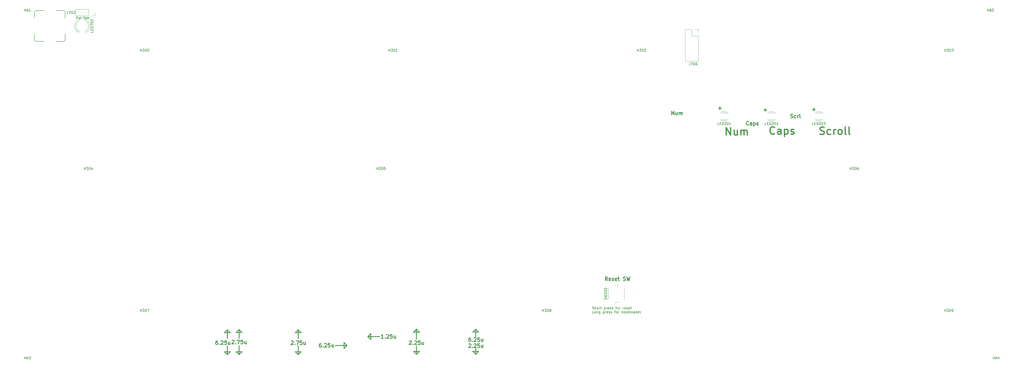
<source format=gbr>
G04 #@! TF.GenerationSoftware,KiCad,Pcbnew,7.0.2*
G04 #@! TF.CreationDate,2023-05-20T00:04:52-04:00*
G04 #@! TF.ProjectId,Boston-keyboard-V082JHA,426f7374-6f6e-42d6-9b65-79626f617264,rev?*
G04 #@! TF.SameCoordinates,Original*
G04 #@! TF.FileFunction,Legend,Top*
G04 #@! TF.FilePolarity,Positive*
%FSLAX46Y46*%
G04 Gerber Fmt 4.6, Leading zero omitted, Abs format (unit mm)*
G04 Created by KiCad (PCBNEW 7.0.2) date 2023-05-20 00:04:52*
%MOMM*%
%LPD*%
G01*
G04 APERTURE LIST*
%ADD10C,0.300000*%
%ADD11C,0.500000*%
%ADD12C,0.160000*%
%ADD13C,0.200000*%
%ADD14C,0.150000*%
%ADD15C,0.120000*%
G04 APERTURE END LIST*
D10*
X142200064Y-165139061D02*
X142200064Y-168710939D01*
X212409374Y-167371966D02*
X214790626Y-167371966D01*
X195182921Y-162604775D02*
X193992295Y-161414149D01*
X142200064Y-168710939D02*
X141009438Y-167520313D01*
X166012584Y-165175000D02*
X166012584Y-168746878D01*
X238640770Y-159626557D02*
X236259518Y-159626557D01*
X136246934Y-167556252D02*
X138628186Y-167556252D01*
X167203210Y-167556252D02*
X166012584Y-168746878D01*
X193992295Y-161414149D02*
X198754799Y-161414149D01*
X141009438Y-167520313D02*
X143390690Y-167520313D01*
X138628186Y-159817183D02*
X137437560Y-158626557D01*
X166012584Y-158626557D02*
X164821958Y-159817183D01*
X136246934Y-159817183D02*
X138628186Y-159817183D01*
X214790626Y-167371966D02*
X213600000Y-168562592D01*
X167203210Y-159817183D02*
X166012584Y-158626557D01*
X237450144Y-158435931D02*
X238640770Y-159626557D01*
X237450144Y-168556252D02*
X238640770Y-167365626D01*
X185657913Y-164986027D02*
X184467287Y-163795401D01*
X141009438Y-159781244D02*
X143390690Y-159781244D01*
X237450144Y-158435931D02*
X237450144Y-161412496D01*
X166012584Y-162198435D02*
X166012584Y-158626557D01*
X213600000Y-165225000D02*
X213600000Y-168562592D01*
X137437560Y-162198435D02*
X137437560Y-158626557D01*
X164821958Y-159817183D02*
X167203210Y-159817183D01*
X138628186Y-167556252D02*
X137437560Y-168746878D01*
X137437560Y-158626557D02*
X136246934Y-159817183D01*
X237450144Y-166175000D02*
X237450144Y-168556252D01*
X195182921Y-160223523D02*
X195182921Y-162604775D01*
X164821958Y-167556252D02*
X167203210Y-167556252D01*
X142200064Y-162162496D02*
X142200064Y-158590618D01*
X213600000Y-162425000D02*
X213600000Y-158442271D01*
X166012584Y-168746878D02*
X164821958Y-167556252D01*
X184467287Y-166176653D02*
X185657913Y-164986027D01*
X143390690Y-167520313D02*
X142200064Y-168710939D01*
X237450144Y-168556252D02*
X236259518Y-167365626D01*
X212409374Y-159632897D02*
X214790626Y-159632897D01*
X236259518Y-159626557D02*
X237450144Y-158435931D01*
X193992295Y-161414149D02*
X195182921Y-160223523D01*
X214790626Y-159632897D02*
X213600000Y-158442271D01*
X213600000Y-168562592D02*
X212409374Y-167371966D01*
X142200064Y-158590618D02*
X141009438Y-159781244D01*
X137437560Y-165175000D02*
X137437560Y-168746878D01*
X213600000Y-158442271D02*
X212409374Y-159632897D01*
X137437560Y-168746878D02*
X136246934Y-167556252D01*
X180895409Y-164986027D02*
X185657913Y-164986027D01*
X236259518Y-167365626D02*
X238640770Y-167365626D01*
X143390690Y-159781244D02*
X142200064Y-158590618D01*
X184467287Y-163795401D02*
X184467287Y-166176653D01*
D11*
X376029999Y-79895000D02*
X376458571Y-80037857D01*
X376458571Y-80037857D02*
X377172856Y-80037857D01*
X377172856Y-80037857D02*
X377458571Y-79895000D01*
X377458571Y-79895000D02*
X377601428Y-79752142D01*
X377601428Y-79752142D02*
X377744285Y-79466428D01*
X377744285Y-79466428D02*
X377744285Y-79180714D01*
X377744285Y-79180714D02*
X377601428Y-78895000D01*
X377601428Y-78895000D02*
X377458571Y-78752142D01*
X377458571Y-78752142D02*
X377172856Y-78609285D01*
X377172856Y-78609285D02*
X376601428Y-78466428D01*
X376601428Y-78466428D02*
X376315713Y-78323571D01*
X376315713Y-78323571D02*
X376172856Y-78180714D01*
X376172856Y-78180714D02*
X376029999Y-77895000D01*
X376029999Y-77895000D02*
X376029999Y-77609285D01*
X376029999Y-77609285D02*
X376172856Y-77323571D01*
X376172856Y-77323571D02*
X376315713Y-77180714D01*
X376315713Y-77180714D02*
X376601428Y-77037857D01*
X376601428Y-77037857D02*
X377315713Y-77037857D01*
X377315713Y-77037857D02*
X377744285Y-77180714D01*
X380315714Y-79895000D02*
X380029999Y-80037857D01*
X380029999Y-80037857D02*
X379458571Y-80037857D01*
X379458571Y-80037857D02*
X379172856Y-79895000D01*
X379172856Y-79895000D02*
X379029999Y-79752142D01*
X379029999Y-79752142D02*
X378887142Y-79466428D01*
X378887142Y-79466428D02*
X378887142Y-78609285D01*
X378887142Y-78609285D02*
X379029999Y-78323571D01*
X379029999Y-78323571D02*
X379172856Y-78180714D01*
X379172856Y-78180714D02*
X379458571Y-78037857D01*
X379458571Y-78037857D02*
X380029999Y-78037857D01*
X380029999Y-78037857D02*
X380315714Y-78180714D01*
X381601428Y-80037857D02*
X381601428Y-78037857D01*
X381601428Y-78609285D02*
X381744285Y-78323571D01*
X381744285Y-78323571D02*
X381887143Y-78180714D01*
X381887143Y-78180714D02*
X382172857Y-78037857D01*
X382172857Y-78037857D02*
X382458571Y-78037857D01*
X383887143Y-80037857D02*
X383601428Y-79895000D01*
X383601428Y-79895000D02*
X383458571Y-79752142D01*
X383458571Y-79752142D02*
X383315714Y-79466428D01*
X383315714Y-79466428D02*
X383315714Y-78609285D01*
X383315714Y-78609285D02*
X383458571Y-78323571D01*
X383458571Y-78323571D02*
X383601428Y-78180714D01*
X383601428Y-78180714D02*
X383887143Y-78037857D01*
X383887143Y-78037857D02*
X384315714Y-78037857D01*
X384315714Y-78037857D02*
X384601428Y-78180714D01*
X384601428Y-78180714D02*
X384744286Y-78323571D01*
X384744286Y-78323571D02*
X384887143Y-78609285D01*
X384887143Y-78609285D02*
X384887143Y-79466428D01*
X384887143Y-79466428D02*
X384744286Y-79752142D01*
X384744286Y-79752142D02*
X384601428Y-79895000D01*
X384601428Y-79895000D02*
X384315714Y-80037857D01*
X384315714Y-80037857D02*
X383887143Y-80037857D01*
X386601429Y-80037857D02*
X386315714Y-79895000D01*
X386315714Y-79895000D02*
X386172857Y-79609285D01*
X386172857Y-79609285D02*
X386172857Y-77037857D01*
X388172858Y-80037857D02*
X387887143Y-79895000D01*
X387887143Y-79895000D02*
X387744286Y-79609285D01*
X387744286Y-79609285D02*
X387744286Y-77037857D01*
D12*
X76933332Y-33076047D02*
X76666666Y-33076047D01*
X76666666Y-33495095D02*
X76666666Y-32695095D01*
X76666666Y-32695095D02*
X77047618Y-32695095D01*
X77466665Y-33495095D02*
X77390475Y-33457000D01*
X77390475Y-33457000D02*
X77352380Y-33380809D01*
X77352380Y-33380809D02*
X77352380Y-32695095D01*
X78114285Y-33495095D02*
X78114285Y-33076047D01*
X78114285Y-33076047D02*
X78076190Y-32999857D01*
X78076190Y-32999857D02*
X77999999Y-32961761D01*
X77999999Y-32961761D02*
X77847618Y-32961761D01*
X77847618Y-32961761D02*
X77771428Y-32999857D01*
X78114285Y-33457000D02*
X78038094Y-33495095D01*
X78038094Y-33495095D02*
X77847618Y-33495095D01*
X77847618Y-33495095D02*
X77771428Y-33457000D01*
X77771428Y-33457000D02*
X77733332Y-33380809D01*
X77733332Y-33380809D02*
X77733332Y-33304619D01*
X77733332Y-33304619D02*
X77771428Y-33228428D01*
X77771428Y-33228428D02*
X77847618Y-33190333D01*
X77847618Y-33190333D02*
X78038094Y-33190333D01*
X78038094Y-33190333D02*
X78114285Y-33152238D01*
X78380952Y-32961761D02*
X78685714Y-32961761D01*
X78495238Y-32695095D02*
X78495238Y-33380809D01*
X78495238Y-33380809D02*
X78533333Y-33457000D01*
X78533333Y-33457000D02*
X78609523Y-33495095D01*
X78609523Y-33495095D02*
X78685714Y-33495095D01*
X79523809Y-33457000D02*
X79638095Y-33495095D01*
X79638095Y-33495095D02*
X79828571Y-33495095D01*
X79828571Y-33495095D02*
X79904762Y-33457000D01*
X79904762Y-33457000D02*
X79942857Y-33418904D01*
X79942857Y-33418904D02*
X79980952Y-33342714D01*
X79980952Y-33342714D02*
X79980952Y-33266523D01*
X79980952Y-33266523D02*
X79942857Y-33190333D01*
X79942857Y-33190333D02*
X79904762Y-33152238D01*
X79904762Y-33152238D02*
X79828571Y-33114142D01*
X79828571Y-33114142D02*
X79676190Y-33076047D01*
X79676190Y-33076047D02*
X79600000Y-33037952D01*
X79600000Y-33037952D02*
X79561905Y-32999857D01*
X79561905Y-32999857D02*
X79523809Y-32923666D01*
X79523809Y-32923666D02*
X79523809Y-32847476D01*
X79523809Y-32847476D02*
X79561905Y-32771285D01*
X79561905Y-32771285D02*
X79600000Y-32733190D01*
X79600000Y-32733190D02*
X79676190Y-32695095D01*
X79676190Y-32695095D02*
X79866667Y-32695095D01*
X79866667Y-32695095D02*
X79980952Y-32733190D01*
X80323810Y-33495095D02*
X80323810Y-32961761D01*
X80323810Y-32695095D02*
X80285714Y-32733190D01*
X80285714Y-32733190D02*
X80323810Y-32771285D01*
X80323810Y-32771285D02*
X80361905Y-32733190D01*
X80361905Y-32733190D02*
X80323810Y-32695095D01*
X80323810Y-32695095D02*
X80323810Y-32771285D01*
X81047619Y-33495095D02*
X81047619Y-32695095D01*
X81047619Y-33457000D02*
X80971428Y-33495095D01*
X80971428Y-33495095D02*
X80819047Y-33495095D01*
X80819047Y-33495095D02*
X80742857Y-33457000D01*
X80742857Y-33457000D02*
X80704762Y-33418904D01*
X80704762Y-33418904D02*
X80666666Y-33342714D01*
X80666666Y-33342714D02*
X80666666Y-33114142D01*
X80666666Y-33114142D02*
X80704762Y-33037952D01*
X80704762Y-33037952D02*
X80742857Y-32999857D01*
X80742857Y-32999857D02*
X80819047Y-32961761D01*
X80819047Y-32961761D02*
X80971428Y-32961761D01*
X80971428Y-32961761D02*
X81047619Y-32999857D01*
X81733334Y-33457000D02*
X81657143Y-33495095D01*
X81657143Y-33495095D02*
X81504762Y-33495095D01*
X81504762Y-33495095D02*
X81428572Y-33457000D01*
X81428572Y-33457000D02*
X81390476Y-33380809D01*
X81390476Y-33380809D02*
X81390476Y-33076047D01*
X81390476Y-33076047D02*
X81428572Y-32999857D01*
X81428572Y-32999857D02*
X81504762Y-32961761D01*
X81504762Y-32961761D02*
X81657143Y-32961761D01*
X81657143Y-32961761D02*
X81733334Y-32999857D01*
X81733334Y-32999857D02*
X81771429Y-33076047D01*
X81771429Y-33076047D02*
X81771429Y-33152238D01*
X81771429Y-33152238D02*
X81390476Y-33228428D01*
D10*
X372978571Y-70032500D02*
X374121429Y-70032500D01*
X373550000Y-70603928D02*
X373550000Y-69461071D01*
D11*
X338305714Y-80277857D02*
X338305714Y-77277857D01*
X338305714Y-77277857D02*
X340020000Y-80277857D01*
X340020000Y-80277857D02*
X340020000Y-77277857D01*
X342734286Y-78277857D02*
X342734286Y-80277857D01*
X341448571Y-78277857D02*
X341448571Y-79849285D01*
X341448571Y-79849285D02*
X341591428Y-80135000D01*
X341591428Y-80135000D02*
X341877143Y-80277857D01*
X341877143Y-80277857D02*
X342305714Y-80277857D01*
X342305714Y-80277857D02*
X342591428Y-80135000D01*
X342591428Y-80135000D02*
X342734286Y-79992142D01*
X344162857Y-80277857D02*
X344162857Y-78277857D01*
X344162857Y-78563571D02*
X344305714Y-78420714D01*
X344305714Y-78420714D02*
X344591429Y-78277857D01*
X344591429Y-78277857D02*
X345020000Y-78277857D01*
X345020000Y-78277857D02*
X345305714Y-78420714D01*
X345305714Y-78420714D02*
X345448572Y-78706428D01*
X345448572Y-78706428D02*
X345448572Y-80277857D01*
X345448572Y-78706428D02*
X345591429Y-78420714D01*
X345591429Y-78420714D02*
X345877143Y-78277857D01*
X345877143Y-78277857D02*
X346305714Y-78277857D01*
X346305714Y-78277857D02*
X346591429Y-78420714D01*
X346591429Y-78420714D02*
X346734286Y-78706428D01*
X346734286Y-78706428D02*
X346734286Y-80277857D01*
D10*
X133473050Y-163118928D02*
X133187335Y-163118928D01*
X133187335Y-163118928D02*
X133044478Y-163190357D01*
X133044478Y-163190357D02*
X132973050Y-163261785D01*
X132973050Y-163261785D02*
X132830192Y-163476071D01*
X132830192Y-163476071D02*
X132758764Y-163761785D01*
X132758764Y-163761785D02*
X132758764Y-164333214D01*
X132758764Y-164333214D02*
X132830192Y-164476071D01*
X132830192Y-164476071D02*
X132901621Y-164547500D01*
X132901621Y-164547500D02*
X133044478Y-164618928D01*
X133044478Y-164618928D02*
X133330192Y-164618928D01*
X133330192Y-164618928D02*
X133473050Y-164547500D01*
X133473050Y-164547500D02*
X133544478Y-164476071D01*
X133544478Y-164476071D02*
X133615907Y-164333214D01*
X133615907Y-164333214D02*
X133615907Y-163976071D01*
X133615907Y-163976071D02*
X133544478Y-163833214D01*
X133544478Y-163833214D02*
X133473050Y-163761785D01*
X133473050Y-163761785D02*
X133330192Y-163690357D01*
X133330192Y-163690357D02*
X133044478Y-163690357D01*
X133044478Y-163690357D02*
X132901621Y-163761785D01*
X132901621Y-163761785D02*
X132830192Y-163833214D01*
X132830192Y-163833214D02*
X132758764Y-163976071D01*
X134258763Y-164476071D02*
X134330192Y-164547500D01*
X134330192Y-164547500D02*
X134258763Y-164618928D01*
X134258763Y-164618928D02*
X134187335Y-164547500D01*
X134187335Y-164547500D02*
X134258763Y-164476071D01*
X134258763Y-164476071D02*
X134258763Y-164618928D01*
X134901621Y-163261785D02*
X134973049Y-163190357D01*
X134973049Y-163190357D02*
X135115907Y-163118928D01*
X135115907Y-163118928D02*
X135473049Y-163118928D01*
X135473049Y-163118928D02*
X135615907Y-163190357D01*
X135615907Y-163190357D02*
X135687335Y-163261785D01*
X135687335Y-163261785D02*
X135758764Y-163404642D01*
X135758764Y-163404642D02*
X135758764Y-163547500D01*
X135758764Y-163547500D02*
X135687335Y-163761785D01*
X135687335Y-163761785D02*
X134830192Y-164618928D01*
X134830192Y-164618928D02*
X135758764Y-164618928D01*
X137115906Y-163118928D02*
X136401620Y-163118928D01*
X136401620Y-163118928D02*
X136330192Y-163833214D01*
X136330192Y-163833214D02*
X136401620Y-163761785D01*
X136401620Y-163761785D02*
X136544478Y-163690357D01*
X136544478Y-163690357D02*
X136901620Y-163690357D01*
X136901620Y-163690357D02*
X137044478Y-163761785D01*
X137044478Y-163761785D02*
X137115906Y-163833214D01*
X137115906Y-163833214D02*
X137187335Y-163976071D01*
X137187335Y-163976071D02*
X137187335Y-164333214D01*
X137187335Y-164333214D02*
X137115906Y-164476071D01*
X137115906Y-164476071D02*
X137044478Y-164547500D01*
X137044478Y-164547500D02*
X136901620Y-164618928D01*
X136901620Y-164618928D02*
X136544478Y-164618928D01*
X136544478Y-164618928D02*
X136401620Y-164547500D01*
X136401620Y-164547500D02*
X136330192Y-164476071D01*
X138473049Y-163618928D02*
X138473049Y-164618928D01*
X137830191Y-163618928D02*
X137830191Y-164404642D01*
X137830191Y-164404642D02*
X137901620Y-164547500D01*
X137901620Y-164547500D02*
X138044477Y-164618928D01*
X138044477Y-164618928D02*
X138258763Y-164618928D01*
X138258763Y-164618928D02*
X138401620Y-164547500D01*
X138401620Y-164547500D02*
X138473049Y-164476071D01*
X290500000Y-138918928D02*
X290000000Y-138204642D01*
X289642857Y-138918928D02*
X289642857Y-137418928D01*
X289642857Y-137418928D02*
X290214286Y-137418928D01*
X290214286Y-137418928D02*
X290357143Y-137490357D01*
X290357143Y-137490357D02*
X290428572Y-137561785D01*
X290428572Y-137561785D02*
X290500000Y-137704642D01*
X290500000Y-137704642D02*
X290500000Y-137918928D01*
X290500000Y-137918928D02*
X290428572Y-138061785D01*
X290428572Y-138061785D02*
X290357143Y-138133214D01*
X290357143Y-138133214D02*
X290214286Y-138204642D01*
X290214286Y-138204642D02*
X289642857Y-138204642D01*
X291714286Y-138847500D02*
X291571429Y-138918928D01*
X291571429Y-138918928D02*
X291285715Y-138918928D01*
X291285715Y-138918928D02*
X291142857Y-138847500D01*
X291142857Y-138847500D02*
X291071429Y-138704642D01*
X291071429Y-138704642D02*
X291071429Y-138133214D01*
X291071429Y-138133214D02*
X291142857Y-137990357D01*
X291142857Y-137990357D02*
X291285715Y-137918928D01*
X291285715Y-137918928D02*
X291571429Y-137918928D01*
X291571429Y-137918928D02*
X291714286Y-137990357D01*
X291714286Y-137990357D02*
X291785715Y-138133214D01*
X291785715Y-138133214D02*
X291785715Y-138276071D01*
X291785715Y-138276071D02*
X291071429Y-138418928D01*
X292357143Y-138847500D02*
X292500000Y-138918928D01*
X292500000Y-138918928D02*
X292785714Y-138918928D01*
X292785714Y-138918928D02*
X292928571Y-138847500D01*
X292928571Y-138847500D02*
X293000000Y-138704642D01*
X293000000Y-138704642D02*
X293000000Y-138633214D01*
X293000000Y-138633214D02*
X292928571Y-138490357D01*
X292928571Y-138490357D02*
X292785714Y-138418928D01*
X292785714Y-138418928D02*
X292571429Y-138418928D01*
X292571429Y-138418928D02*
X292428571Y-138347500D01*
X292428571Y-138347500D02*
X292357143Y-138204642D01*
X292357143Y-138204642D02*
X292357143Y-138133214D01*
X292357143Y-138133214D02*
X292428571Y-137990357D01*
X292428571Y-137990357D02*
X292571429Y-137918928D01*
X292571429Y-137918928D02*
X292785714Y-137918928D01*
X292785714Y-137918928D02*
X292928571Y-137990357D01*
X294214286Y-138847500D02*
X294071429Y-138918928D01*
X294071429Y-138918928D02*
X293785715Y-138918928D01*
X293785715Y-138918928D02*
X293642857Y-138847500D01*
X293642857Y-138847500D02*
X293571429Y-138704642D01*
X293571429Y-138704642D02*
X293571429Y-138133214D01*
X293571429Y-138133214D02*
X293642857Y-137990357D01*
X293642857Y-137990357D02*
X293785715Y-137918928D01*
X293785715Y-137918928D02*
X294071429Y-137918928D01*
X294071429Y-137918928D02*
X294214286Y-137990357D01*
X294214286Y-137990357D02*
X294285715Y-138133214D01*
X294285715Y-138133214D02*
X294285715Y-138276071D01*
X294285715Y-138276071D02*
X293571429Y-138418928D01*
X294714286Y-137918928D02*
X295285714Y-137918928D01*
X294928571Y-137418928D02*
X294928571Y-138704642D01*
X294928571Y-138704642D02*
X295000000Y-138847500D01*
X295000000Y-138847500D02*
X295142857Y-138918928D01*
X295142857Y-138918928D02*
X295285714Y-138918928D01*
X296857143Y-138847500D02*
X297071429Y-138918928D01*
X297071429Y-138918928D02*
X297428571Y-138918928D01*
X297428571Y-138918928D02*
X297571429Y-138847500D01*
X297571429Y-138847500D02*
X297642857Y-138776071D01*
X297642857Y-138776071D02*
X297714286Y-138633214D01*
X297714286Y-138633214D02*
X297714286Y-138490357D01*
X297714286Y-138490357D02*
X297642857Y-138347500D01*
X297642857Y-138347500D02*
X297571429Y-138276071D01*
X297571429Y-138276071D02*
X297428571Y-138204642D01*
X297428571Y-138204642D02*
X297142857Y-138133214D01*
X297142857Y-138133214D02*
X297000000Y-138061785D01*
X297000000Y-138061785D02*
X296928571Y-137990357D01*
X296928571Y-137990357D02*
X296857143Y-137847500D01*
X296857143Y-137847500D02*
X296857143Y-137704642D01*
X296857143Y-137704642D02*
X296928571Y-137561785D01*
X296928571Y-137561785D02*
X297000000Y-137490357D01*
X297000000Y-137490357D02*
X297142857Y-137418928D01*
X297142857Y-137418928D02*
X297500000Y-137418928D01*
X297500000Y-137418928D02*
X297714286Y-137490357D01*
X298214285Y-137418928D02*
X298571428Y-138918928D01*
X298571428Y-138918928D02*
X298857142Y-137847500D01*
X298857142Y-137847500D02*
X299142857Y-138918928D01*
X299142857Y-138918928D02*
X299500000Y-137418928D01*
X200290963Y-162108077D02*
X199433820Y-162108077D01*
X199862391Y-162108077D02*
X199862391Y-160608077D01*
X199862391Y-160608077D02*
X199719534Y-160822363D01*
X199719534Y-160822363D02*
X199576677Y-160965220D01*
X199576677Y-160965220D02*
X199433820Y-161036649D01*
X200933819Y-161965220D02*
X201005248Y-162036649D01*
X201005248Y-162036649D02*
X200933819Y-162108077D01*
X200933819Y-162108077D02*
X200862391Y-162036649D01*
X200862391Y-162036649D02*
X200933819Y-161965220D01*
X200933819Y-161965220D02*
X200933819Y-162108077D01*
X201576677Y-160750934D02*
X201648105Y-160679506D01*
X201648105Y-160679506D02*
X201790963Y-160608077D01*
X201790963Y-160608077D02*
X202148105Y-160608077D01*
X202148105Y-160608077D02*
X202290963Y-160679506D01*
X202290963Y-160679506D02*
X202362391Y-160750934D01*
X202362391Y-160750934D02*
X202433820Y-160893791D01*
X202433820Y-160893791D02*
X202433820Y-161036649D01*
X202433820Y-161036649D02*
X202362391Y-161250934D01*
X202362391Y-161250934D02*
X201505248Y-162108077D01*
X201505248Y-162108077D02*
X202433820Y-162108077D01*
X203790962Y-160608077D02*
X203076676Y-160608077D01*
X203076676Y-160608077D02*
X203005248Y-161322363D01*
X203005248Y-161322363D02*
X203076676Y-161250934D01*
X203076676Y-161250934D02*
X203219534Y-161179506D01*
X203219534Y-161179506D02*
X203576676Y-161179506D01*
X203576676Y-161179506D02*
X203719534Y-161250934D01*
X203719534Y-161250934D02*
X203790962Y-161322363D01*
X203790962Y-161322363D02*
X203862391Y-161465220D01*
X203862391Y-161465220D02*
X203862391Y-161822363D01*
X203862391Y-161822363D02*
X203790962Y-161965220D01*
X203790962Y-161965220D02*
X203719534Y-162036649D01*
X203719534Y-162036649D02*
X203576676Y-162108077D01*
X203576676Y-162108077D02*
X203219534Y-162108077D01*
X203219534Y-162108077D02*
X203076676Y-162036649D01*
X203076676Y-162036649D02*
X203005248Y-161965220D01*
X205148105Y-161108077D02*
X205148105Y-162108077D01*
X204505247Y-161108077D02*
X204505247Y-161893791D01*
X204505247Y-161893791D02*
X204576676Y-162036649D01*
X204576676Y-162036649D02*
X204719533Y-162108077D01*
X204719533Y-162108077D02*
X204933819Y-162108077D01*
X204933819Y-162108077D02*
X205076676Y-162036649D01*
X205076676Y-162036649D02*
X205148105Y-161965220D01*
X353428571Y-70212500D02*
X354571429Y-70212500D01*
X354000000Y-70783928D02*
X354000000Y-69641071D01*
D11*
X357760000Y-79662142D02*
X357617143Y-79805000D01*
X357617143Y-79805000D02*
X357188571Y-79947857D01*
X357188571Y-79947857D02*
X356902857Y-79947857D01*
X356902857Y-79947857D02*
X356474286Y-79805000D01*
X356474286Y-79805000D02*
X356188571Y-79519285D01*
X356188571Y-79519285D02*
X356045714Y-79233571D01*
X356045714Y-79233571D02*
X355902857Y-78662142D01*
X355902857Y-78662142D02*
X355902857Y-78233571D01*
X355902857Y-78233571D02*
X356045714Y-77662142D01*
X356045714Y-77662142D02*
X356188571Y-77376428D01*
X356188571Y-77376428D02*
X356474286Y-77090714D01*
X356474286Y-77090714D02*
X356902857Y-76947857D01*
X356902857Y-76947857D02*
X357188571Y-76947857D01*
X357188571Y-76947857D02*
X357617143Y-77090714D01*
X357617143Y-77090714D02*
X357760000Y-77233571D01*
X360331429Y-79947857D02*
X360331429Y-78376428D01*
X360331429Y-78376428D02*
X360188571Y-78090714D01*
X360188571Y-78090714D02*
X359902857Y-77947857D01*
X359902857Y-77947857D02*
X359331429Y-77947857D01*
X359331429Y-77947857D02*
X359045714Y-78090714D01*
X360331429Y-79805000D02*
X360045714Y-79947857D01*
X360045714Y-79947857D02*
X359331429Y-79947857D01*
X359331429Y-79947857D02*
X359045714Y-79805000D01*
X359045714Y-79805000D02*
X358902857Y-79519285D01*
X358902857Y-79519285D02*
X358902857Y-79233571D01*
X358902857Y-79233571D02*
X359045714Y-78947857D01*
X359045714Y-78947857D02*
X359331429Y-78805000D01*
X359331429Y-78805000D02*
X360045714Y-78805000D01*
X360045714Y-78805000D02*
X360331429Y-78662142D01*
X361760000Y-77947857D02*
X361760000Y-80947857D01*
X361760000Y-78090714D02*
X362045715Y-77947857D01*
X362045715Y-77947857D02*
X362617143Y-77947857D01*
X362617143Y-77947857D02*
X362902857Y-78090714D01*
X362902857Y-78090714D02*
X363045715Y-78233571D01*
X363045715Y-78233571D02*
X363188572Y-78519285D01*
X363188572Y-78519285D02*
X363188572Y-79376428D01*
X363188572Y-79376428D02*
X363045715Y-79662142D01*
X363045715Y-79662142D02*
X362902857Y-79805000D01*
X362902857Y-79805000D02*
X362617143Y-79947857D01*
X362617143Y-79947857D02*
X362045715Y-79947857D01*
X362045715Y-79947857D02*
X361760000Y-79805000D01*
X364331429Y-79805000D02*
X364617143Y-79947857D01*
X364617143Y-79947857D02*
X365188572Y-79947857D01*
X365188572Y-79947857D02*
X365474286Y-79805000D01*
X365474286Y-79805000D02*
X365617143Y-79519285D01*
X365617143Y-79519285D02*
X365617143Y-79376428D01*
X365617143Y-79376428D02*
X365474286Y-79090714D01*
X365474286Y-79090714D02*
X365188572Y-78947857D01*
X365188572Y-78947857D02*
X364760001Y-78947857D01*
X364760001Y-78947857D02*
X364474286Y-78805000D01*
X364474286Y-78805000D02*
X364331429Y-78519285D01*
X364331429Y-78519285D02*
X364331429Y-78376428D01*
X364331429Y-78376428D02*
X364474286Y-78090714D01*
X364474286Y-78090714D02*
X364760001Y-77947857D01*
X364760001Y-77947857D02*
X365188572Y-77947857D01*
X365188572Y-77947857D02*
X365474286Y-78090714D01*
D10*
X316382856Y-72163928D02*
X316382856Y-70663928D01*
X316382856Y-70663928D02*
X317239999Y-72163928D01*
X317239999Y-72163928D02*
X317239999Y-70663928D01*
X318597143Y-71163928D02*
X318597143Y-72163928D01*
X317954285Y-71163928D02*
X317954285Y-71949642D01*
X317954285Y-71949642D02*
X318025714Y-72092500D01*
X318025714Y-72092500D02*
X318168571Y-72163928D01*
X318168571Y-72163928D02*
X318382857Y-72163928D01*
X318382857Y-72163928D02*
X318525714Y-72092500D01*
X318525714Y-72092500D02*
X318597143Y-72021071D01*
X319311428Y-72163928D02*
X319311428Y-71163928D01*
X319311428Y-71306785D02*
X319382857Y-71235357D01*
X319382857Y-71235357D02*
X319525714Y-71163928D01*
X319525714Y-71163928D02*
X319740000Y-71163928D01*
X319740000Y-71163928D02*
X319882857Y-71235357D01*
X319882857Y-71235357D02*
X319954286Y-71378214D01*
X319954286Y-71378214D02*
X319954286Y-72163928D01*
X319954286Y-71378214D02*
X320025714Y-71235357D01*
X320025714Y-71235357D02*
X320168571Y-71163928D01*
X320168571Y-71163928D02*
X320382857Y-71163928D01*
X320382857Y-71163928D02*
X320525714Y-71235357D01*
X320525714Y-71235357D02*
X320597143Y-71378214D01*
X320597143Y-71378214D02*
X320597143Y-72163928D01*
X347289999Y-76141071D02*
X347218571Y-76212500D01*
X347218571Y-76212500D02*
X347004285Y-76283928D01*
X347004285Y-76283928D02*
X346861428Y-76283928D01*
X346861428Y-76283928D02*
X346647142Y-76212500D01*
X346647142Y-76212500D02*
X346504285Y-76069642D01*
X346504285Y-76069642D02*
X346432856Y-75926785D01*
X346432856Y-75926785D02*
X346361428Y-75641071D01*
X346361428Y-75641071D02*
X346361428Y-75426785D01*
X346361428Y-75426785D02*
X346432856Y-75141071D01*
X346432856Y-75141071D02*
X346504285Y-74998214D01*
X346504285Y-74998214D02*
X346647142Y-74855357D01*
X346647142Y-74855357D02*
X346861428Y-74783928D01*
X346861428Y-74783928D02*
X347004285Y-74783928D01*
X347004285Y-74783928D02*
X347218571Y-74855357D01*
X347218571Y-74855357D02*
X347289999Y-74926785D01*
X348575714Y-76283928D02*
X348575714Y-75498214D01*
X348575714Y-75498214D02*
X348504285Y-75355357D01*
X348504285Y-75355357D02*
X348361428Y-75283928D01*
X348361428Y-75283928D02*
X348075714Y-75283928D01*
X348075714Y-75283928D02*
X347932856Y-75355357D01*
X348575714Y-76212500D02*
X348432856Y-76283928D01*
X348432856Y-76283928D02*
X348075714Y-76283928D01*
X348075714Y-76283928D02*
X347932856Y-76212500D01*
X347932856Y-76212500D02*
X347861428Y-76069642D01*
X347861428Y-76069642D02*
X347861428Y-75926785D01*
X347861428Y-75926785D02*
X347932856Y-75783928D01*
X347932856Y-75783928D02*
X348075714Y-75712500D01*
X348075714Y-75712500D02*
X348432856Y-75712500D01*
X348432856Y-75712500D02*
X348575714Y-75641071D01*
X349289999Y-75283928D02*
X349289999Y-76783928D01*
X349289999Y-75355357D02*
X349432857Y-75283928D01*
X349432857Y-75283928D02*
X349718571Y-75283928D01*
X349718571Y-75283928D02*
X349861428Y-75355357D01*
X349861428Y-75355357D02*
X349932857Y-75426785D01*
X349932857Y-75426785D02*
X350004285Y-75569642D01*
X350004285Y-75569642D02*
X350004285Y-75998214D01*
X350004285Y-75998214D02*
X349932857Y-76141071D01*
X349932857Y-76141071D02*
X349861428Y-76212500D01*
X349861428Y-76212500D02*
X349718571Y-76283928D01*
X349718571Y-76283928D02*
X349432857Y-76283928D01*
X349432857Y-76283928D02*
X349289999Y-76212500D01*
X350575714Y-76212500D02*
X350718571Y-76283928D01*
X350718571Y-76283928D02*
X351004285Y-76283928D01*
X351004285Y-76283928D02*
X351147142Y-76212500D01*
X351147142Y-76212500D02*
X351218571Y-76069642D01*
X351218571Y-76069642D02*
X351218571Y-75998214D01*
X351218571Y-75998214D02*
X351147142Y-75855357D01*
X351147142Y-75855357D02*
X351004285Y-75783928D01*
X351004285Y-75783928D02*
X350790000Y-75783928D01*
X350790000Y-75783928D02*
X350647142Y-75712500D01*
X350647142Y-75712500D02*
X350575714Y-75569642D01*
X350575714Y-75569642D02*
X350575714Y-75498214D01*
X350575714Y-75498214D02*
X350647142Y-75355357D01*
X350647142Y-75355357D02*
X350790000Y-75283928D01*
X350790000Y-75283928D02*
X351004285Y-75283928D01*
X351004285Y-75283928D02*
X351147142Y-75355357D01*
X364231429Y-73312500D02*
X364445715Y-73383928D01*
X364445715Y-73383928D02*
X364802857Y-73383928D01*
X364802857Y-73383928D02*
X364945715Y-73312500D01*
X364945715Y-73312500D02*
X365017143Y-73241071D01*
X365017143Y-73241071D02*
X365088572Y-73098214D01*
X365088572Y-73098214D02*
X365088572Y-72955357D01*
X365088572Y-72955357D02*
X365017143Y-72812500D01*
X365017143Y-72812500D02*
X364945715Y-72741071D01*
X364945715Y-72741071D02*
X364802857Y-72669642D01*
X364802857Y-72669642D02*
X364517143Y-72598214D01*
X364517143Y-72598214D02*
X364374286Y-72526785D01*
X364374286Y-72526785D02*
X364302857Y-72455357D01*
X364302857Y-72455357D02*
X364231429Y-72312500D01*
X364231429Y-72312500D02*
X364231429Y-72169642D01*
X364231429Y-72169642D02*
X364302857Y-72026785D01*
X364302857Y-72026785D02*
X364374286Y-71955357D01*
X364374286Y-71955357D02*
X364517143Y-71883928D01*
X364517143Y-71883928D02*
X364874286Y-71883928D01*
X364874286Y-71883928D02*
X365088572Y-71955357D01*
X366374286Y-73312500D02*
X366231428Y-73383928D01*
X366231428Y-73383928D02*
X365945714Y-73383928D01*
X365945714Y-73383928D02*
X365802857Y-73312500D01*
X365802857Y-73312500D02*
X365731428Y-73241071D01*
X365731428Y-73241071D02*
X365660000Y-73098214D01*
X365660000Y-73098214D02*
X365660000Y-72669642D01*
X365660000Y-72669642D02*
X365731428Y-72526785D01*
X365731428Y-72526785D02*
X365802857Y-72455357D01*
X365802857Y-72455357D02*
X365945714Y-72383928D01*
X365945714Y-72383928D02*
X366231428Y-72383928D01*
X366231428Y-72383928D02*
X366374286Y-72455357D01*
X367017142Y-73383928D02*
X367017142Y-72383928D01*
X367017142Y-72669642D02*
X367088571Y-72526785D01*
X367088571Y-72526785D02*
X367160000Y-72455357D01*
X367160000Y-72455357D02*
X367302857Y-72383928D01*
X367302857Y-72383928D02*
X367445714Y-72383928D01*
X368159999Y-73383928D02*
X368017142Y-73312500D01*
X368017142Y-73312500D02*
X367945713Y-73169642D01*
X367945713Y-73169642D02*
X367945713Y-71883928D01*
X175144960Y-164179955D02*
X174859245Y-164179955D01*
X174859245Y-164179955D02*
X174716388Y-164251384D01*
X174716388Y-164251384D02*
X174644960Y-164322812D01*
X174644960Y-164322812D02*
X174502102Y-164537098D01*
X174502102Y-164537098D02*
X174430674Y-164822812D01*
X174430674Y-164822812D02*
X174430674Y-165394241D01*
X174430674Y-165394241D02*
X174502102Y-165537098D01*
X174502102Y-165537098D02*
X174573531Y-165608527D01*
X174573531Y-165608527D02*
X174716388Y-165679955D01*
X174716388Y-165679955D02*
X175002102Y-165679955D01*
X175002102Y-165679955D02*
X175144960Y-165608527D01*
X175144960Y-165608527D02*
X175216388Y-165537098D01*
X175216388Y-165537098D02*
X175287817Y-165394241D01*
X175287817Y-165394241D02*
X175287817Y-165037098D01*
X175287817Y-165037098D02*
X175216388Y-164894241D01*
X175216388Y-164894241D02*
X175144960Y-164822812D01*
X175144960Y-164822812D02*
X175002102Y-164751384D01*
X175002102Y-164751384D02*
X174716388Y-164751384D01*
X174716388Y-164751384D02*
X174573531Y-164822812D01*
X174573531Y-164822812D02*
X174502102Y-164894241D01*
X174502102Y-164894241D02*
X174430674Y-165037098D01*
X175930673Y-165537098D02*
X176002102Y-165608527D01*
X176002102Y-165608527D02*
X175930673Y-165679955D01*
X175930673Y-165679955D02*
X175859245Y-165608527D01*
X175859245Y-165608527D02*
X175930673Y-165537098D01*
X175930673Y-165537098D02*
X175930673Y-165679955D01*
X176573531Y-164322812D02*
X176644959Y-164251384D01*
X176644959Y-164251384D02*
X176787817Y-164179955D01*
X176787817Y-164179955D02*
X177144959Y-164179955D01*
X177144959Y-164179955D02*
X177287817Y-164251384D01*
X177287817Y-164251384D02*
X177359245Y-164322812D01*
X177359245Y-164322812D02*
X177430674Y-164465669D01*
X177430674Y-164465669D02*
X177430674Y-164608527D01*
X177430674Y-164608527D02*
X177359245Y-164822812D01*
X177359245Y-164822812D02*
X176502102Y-165679955D01*
X176502102Y-165679955D02*
X177430674Y-165679955D01*
X178787816Y-164179955D02*
X178073530Y-164179955D01*
X178073530Y-164179955D02*
X178002102Y-164894241D01*
X178002102Y-164894241D02*
X178073530Y-164822812D01*
X178073530Y-164822812D02*
X178216388Y-164751384D01*
X178216388Y-164751384D02*
X178573530Y-164751384D01*
X178573530Y-164751384D02*
X178716388Y-164822812D01*
X178716388Y-164822812D02*
X178787816Y-164894241D01*
X178787816Y-164894241D02*
X178859245Y-165037098D01*
X178859245Y-165037098D02*
X178859245Y-165394241D01*
X178859245Y-165394241D02*
X178787816Y-165537098D01*
X178787816Y-165537098D02*
X178716388Y-165608527D01*
X178716388Y-165608527D02*
X178573530Y-165679955D01*
X178573530Y-165679955D02*
X178216388Y-165679955D01*
X178216388Y-165679955D02*
X178073530Y-165608527D01*
X178073530Y-165608527D02*
X178002102Y-165537098D01*
X180144959Y-164679955D02*
X180144959Y-165679955D01*
X179502101Y-164679955D02*
X179502101Y-165465669D01*
X179502101Y-165465669D02*
X179573530Y-165608527D01*
X179573530Y-165608527D02*
X179716387Y-165679955D01*
X179716387Y-165679955D02*
X179930673Y-165679955D01*
X179930673Y-165679955D02*
X180073530Y-165608527D01*
X180073530Y-165608527D02*
X180144959Y-165537098D01*
X335198571Y-69512500D02*
X336341429Y-69512500D01*
X335770000Y-70083928D02*
X335770000Y-68941071D01*
X163119727Y-163321159D02*
X163191155Y-163249731D01*
X163191155Y-163249731D02*
X163334013Y-163178302D01*
X163334013Y-163178302D02*
X163691155Y-163178302D01*
X163691155Y-163178302D02*
X163834013Y-163249731D01*
X163834013Y-163249731D02*
X163905441Y-163321159D01*
X163905441Y-163321159D02*
X163976870Y-163464016D01*
X163976870Y-163464016D02*
X163976870Y-163606874D01*
X163976870Y-163606874D02*
X163905441Y-163821159D01*
X163905441Y-163821159D02*
X163048298Y-164678302D01*
X163048298Y-164678302D02*
X163976870Y-164678302D01*
X164619726Y-164535445D02*
X164691155Y-164606874D01*
X164691155Y-164606874D02*
X164619726Y-164678302D01*
X164619726Y-164678302D02*
X164548298Y-164606874D01*
X164548298Y-164606874D02*
X164619726Y-164535445D01*
X164619726Y-164535445D02*
X164619726Y-164678302D01*
X165191155Y-163178302D02*
X166191155Y-163178302D01*
X166191155Y-163178302D02*
X165548298Y-164678302D01*
X167476869Y-163178302D02*
X166762583Y-163178302D01*
X166762583Y-163178302D02*
X166691155Y-163892588D01*
X166691155Y-163892588D02*
X166762583Y-163821159D01*
X166762583Y-163821159D02*
X166905441Y-163749731D01*
X166905441Y-163749731D02*
X167262583Y-163749731D01*
X167262583Y-163749731D02*
X167405441Y-163821159D01*
X167405441Y-163821159D02*
X167476869Y-163892588D01*
X167476869Y-163892588D02*
X167548298Y-164035445D01*
X167548298Y-164035445D02*
X167548298Y-164392588D01*
X167548298Y-164392588D02*
X167476869Y-164535445D01*
X167476869Y-164535445D02*
X167405441Y-164606874D01*
X167405441Y-164606874D02*
X167262583Y-164678302D01*
X167262583Y-164678302D02*
X166905441Y-164678302D01*
X166905441Y-164678302D02*
X166762583Y-164606874D01*
X166762583Y-164606874D02*
X166691155Y-164535445D01*
X168834012Y-163678302D02*
X168834012Y-164678302D01*
X168191154Y-163678302D02*
X168191154Y-164464016D01*
X168191154Y-164464016D02*
X168262583Y-164606874D01*
X168262583Y-164606874D02*
X168405440Y-164678302D01*
X168405440Y-164678302D02*
X168619726Y-164678302D01*
X168619726Y-164678302D02*
X168762583Y-164606874D01*
X168762583Y-164606874D02*
X168834012Y-164535445D01*
X210707143Y-163261785D02*
X210778571Y-163190357D01*
X210778571Y-163190357D02*
X210921429Y-163118928D01*
X210921429Y-163118928D02*
X211278571Y-163118928D01*
X211278571Y-163118928D02*
X211421429Y-163190357D01*
X211421429Y-163190357D02*
X211492857Y-163261785D01*
X211492857Y-163261785D02*
X211564286Y-163404642D01*
X211564286Y-163404642D02*
X211564286Y-163547500D01*
X211564286Y-163547500D02*
X211492857Y-163761785D01*
X211492857Y-163761785D02*
X210635714Y-164618928D01*
X210635714Y-164618928D02*
X211564286Y-164618928D01*
X212207142Y-164476071D02*
X212278571Y-164547500D01*
X212278571Y-164547500D02*
X212207142Y-164618928D01*
X212207142Y-164618928D02*
X212135714Y-164547500D01*
X212135714Y-164547500D02*
X212207142Y-164476071D01*
X212207142Y-164476071D02*
X212207142Y-164618928D01*
X212850000Y-163261785D02*
X212921428Y-163190357D01*
X212921428Y-163190357D02*
X213064286Y-163118928D01*
X213064286Y-163118928D02*
X213421428Y-163118928D01*
X213421428Y-163118928D02*
X213564286Y-163190357D01*
X213564286Y-163190357D02*
X213635714Y-163261785D01*
X213635714Y-163261785D02*
X213707143Y-163404642D01*
X213707143Y-163404642D02*
X213707143Y-163547500D01*
X213707143Y-163547500D02*
X213635714Y-163761785D01*
X213635714Y-163761785D02*
X212778571Y-164618928D01*
X212778571Y-164618928D02*
X213707143Y-164618928D01*
X215064285Y-163118928D02*
X214349999Y-163118928D01*
X214349999Y-163118928D02*
X214278571Y-163833214D01*
X214278571Y-163833214D02*
X214349999Y-163761785D01*
X214349999Y-163761785D02*
X214492857Y-163690357D01*
X214492857Y-163690357D02*
X214849999Y-163690357D01*
X214849999Y-163690357D02*
X214992857Y-163761785D01*
X214992857Y-163761785D02*
X215064285Y-163833214D01*
X215064285Y-163833214D02*
X215135714Y-163976071D01*
X215135714Y-163976071D02*
X215135714Y-164333214D01*
X215135714Y-164333214D02*
X215064285Y-164476071D01*
X215064285Y-164476071D02*
X214992857Y-164547500D01*
X214992857Y-164547500D02*
X214849999Y-164618928D01*
X214849999Y-164618928D02*
X214492857Y-164618928D01*
X214492857Y-164618928D02*
X214349999Y-164547500D01*
X214349999Y-164547500D02*
X214278571Y-164476071D01*
X216421428Y-163618928D02*
X216421428Y-164618928D01*
X215778570Y-163618928D02*
X215778570Y-164404642D01*
X215778570Y-164404642D02*
X215849999Y-164547500D01*
X215849999Y-164547500D02*
X215992856Y-164618928D01*
X215992856Y-164618928D02*
X216207142Y-164618928D01*
X216207142Y-164618928D02*
X216349999Y-164547500D01*
X216349999Y-164547500D02*
X216421428Y-164476071D01*
X235321429Y-161903928D02*
X235035714Y-161903928D01*
X235035714Y-161903928D02*
X234892857Y-161975357D01*
X234892857Y-161975357D02*
X234821429Y-162046785D01*
X234821429Y-162046785D02*
X234678571Y-162261071D01*
X234678571Y-162261071D02*
X234607143Y-162546785D01*
X234607143Y-162546785D02*
X234607143Y-163118214D01*
X234607143Y-163118214D02*
X234678571Y-163261071D01*
X234678571Y-163261071D02*
X234750000Y-163332500D01*
X234750000Y-163332500D02*
X234892857Y-163403928D01*
X234892857Y-163403928D02*
X235178571Y-163403928D01*
X235178571Y-163403928D02*
X235321429Y-163332500D01*
X235321429Y-163332500D02*
X235392857Y-163261071D01*
X235392857Y-163261071D02*
X235464286Y-163118214D01*
X235464286Y-163118214D02*
X235464286Y-162761071D01*
X235464286Y-162761071D02*
X235392857Y-162618214D01*
X235392857Y-162618214D02*
X235321429Y-162546785D01*
X235321429Y-162546785D02*
X235178571Y-162475357D01*
X235178571Y-162475357D02*
X234892857Y-162475357D01*
X234892857Y-162475357D02*
X234750000Y-162546785D01*
X234750000Y-162546785D02*
X234678571Y-162618214D01*
X234678571Y-162618214D02*
X234607143Y-162761071D01*
X236107142Y-163261071D02*
X236178571Y-163332500D01*
X236178571Y-163332500D02*
X236107142Y-163403928D01*
X236107142Y-163403928D02*
X236035714Y-163332500D01*
X236035714Y-163332500D02*
X236107142Y-163261071D01*
X236107142Y-163261071D02*
X236107142Y-163403928D01*
X236750000Y-162046785D02*
X236821428Y-161975357D01*
X236821428Y-161975357D02*
X236964286Y-161903928D01*
X236964286Y-161903928D02*
X237321428Y-161903928D01*
X237321428Y-161903928D02*
X237464286Y-161975357D01*
X237464286Y-161975357D02*
X237535714Y-162046785D01*
X237535714Y-162046785D02*
X237607143Y-162189642D01*
X237607143Y-162189642D02*
X237607143Y-162332500D01*
X237607143Y-162332500D02*
X237535714Y-162546785D01*
X237535714Y-162546785D02*
X236678571Y-163403928D01*
X236678571Y-163403928D02*
X237607143Y-163403928D01*
X238964285Y-161903928D02*
X238249999Y-161903928D01*
X238249999Y-161903928D02*
X238178571Y-162618214D01*
X238178571Y-162618214D02*
X238249999Y-162546785D01*
X238249999Y-162546785D02*
X238392857Y-162475357D01*
X238392857Y-162475357D02*
X238749999Y-162475357D01*
X238749999Y-162475357D02*
X238892857Y-162546785D01*
X238892857Y-162546785D02*
X238964285Y-162618214D01*
X238964285Y-162618214D02*
X239035714Y-162761071D01*
X239035714Y-162761071D02*
X239035714Y-163118214D01*
X239035714Y-163118214D02*
X238964285Y-163261071D01*
X238964285Y-163261071D02*
X238892857Y-163332500D01*
X238892857Y-163332500D02*
X238749999Y-163403928D01*
X238749999Y-163403928D02*
X238392857Y-163403928D01*
X238392857Y-163403928D02*
X238249999Y-163332500D01*
X238249999Y-163332500D02*
X238178571Y-163261071D01*
X240321428Y-162403928D02*
X240321428Y-163403928D01*
X239678570Y-162403928D02*
X239678570Y-163189642D01*
X239678570Y-163189642D02*
X239749999Y-163332500D01*
X239749999Y-163332500D02*
X239892856Y-163403928D01*
X239892856Y-163403928D02*
X240107142Y-163403928D01*
X240107142Y-163403928D02*
X240249999Y-163332500D01*
X240249999Y-163332500D02*
X240321428Y-163261071D01*
X234607143Y-164476785D02*
X234678571Y-164405357D01*
X234678571Y-164405357D02*
X234821429Y-164333928D01*
X234821429Y-164333928D02*
X235178571Y-164333928D01*
X235178571Y-164333928D02*
X235321429Y-164405357D01*
X235321429Y-164405357D02*
X235392857Y-164476785D01*
X235392857Y-164476785D02*
X235464286Y-164619642D01*
X235464286Y-164619642D02*
X235464286Y-164762500D01*
X235464286Y-164762500D02*
X235392857Y-164976785D01*
X235392857Y-164976785D02*
X234535714Y-165833928D01*
X234535714Y-165833928D02*
X235464286Y-165833928D01*
X236107142Y-165691071D02*
X236178571Y-165762500D01*
X236178571Y-165762500D02*
X236107142Y-165833928D01*
X236107142Y-165833928D02*
X236035714Y-165762500D01*
X236035714Y-165762500D02*
X236107142Y-165691071D01*
X236107142Y-165691071D02*
X236107142Y-165833928D01*
X236750000Y-164476785D02*
X236821428Y-164405357D01*
X236821428Y-164405357D02*
X236964286Y-164333928D01*
X236964286Y-164333928D02*
X237321428Y-164333928D01*
X237321428Y-164333928D02*
X237464286Y-164405357D01*
X237464286Y-164405357D02*
X237535714Y-164476785D01*
X237535714Y-164476785D02*
X237607143Y-164619642D01*
X237607143Y-164619642D02*
X237607143Y-164762500D01*
X237607143Y-164762500D02*
X237535714Y-164976785D01*
X237535714Y-164976785D02*
X236678571Y-165833928D01*
X236678571Y-165833928D02*
X237607143Y-165833928D01*
X238964285Y-164333928D02*
X238249999Y-164333928D01*
X238249999Y-164333928D02*
X238178571Y-165048214D01*
X238178571Y-165048214D02*
X238249999Y-164976785D01*
X238249999Y-164976785D02*
X238392857Y-164905357D01*
X238392857Y-164905357D02*
X238749999Y-164905357D01*
X238749999Y-164905357D02*
X238892857Y-164976785D01*
X238892857Y-164976785D02*
X238964285Y-165048214D01*
X238964285Y-165048214D02*
X239035714Y-165191071D01*
X239035714Y-165191071D02*
X239035714Y-165548214D01*
X239035714Y-165548214D02*
X238964285Y-165691071D01*
X238964285Y-165691071D02*
X238892857Y-165762500D01*
X238892857Y-165762500D02*
X238749999Y-165833928D01*
X238749999Y-165833928D02*
X238392857Y-165833928D01*
X238392857Y-165833928D02*
X238249999Y-165762500D01*
X238249999Y-165762500D02*
X238178571Y-165691071D01*
X240321428Y-164833928D02*
X240321428Y-165833928D01*
X239678570Y-164833928D02*
X239678570Y-165619642D01*
X239678570Y-165619642D02*
X239749999Y-165762500D01*
X239749999Y-165762500D02*
X239892856Y-165833928D01*
X239892856Y-165833928D02*
X240107142Y-165833928D01*
X240107142Y-165833928D02*
X240249999Y-165762500D01*
X240249999Y-165762500D02*
X240321428Y-165691071D01*
D13*
X284390476Y-150330000D02*
X284533333Y-150377619D01*
X284533333Y-150377619D02*
X284771428Y-150377619D01*
X284771428Y-150377619D02*
X284866666Y-150330000D01*
X284866666Y-150330000D02*
X284914285Y-150282380D01*
X284914285Y-150282380D02*
X284961904Y-150187142D01*
X284961904Y-150187142D02*
X284961904Y-150091904D01*
X284961904Y-150091904D02*
X284914285Y-149996666D01*
X284914285Y-149996666D02*
X284866666Y-149949047D01*
X284866666Y-149949047D02*
X284771428Y-149901428D01*
X284771428Y-149901428D02*
X284580952Y-149853809D01*
X284580952Y-149853809D02*
X284485714Y-149806190D01*
X284485714Y-149806190D02*
X284438095Y-149758571D01*
X284438095Y-149758571D02*
X284390476Y-149663333D01*
X284390476Y-149663333D02*
X284390476Y-149568095D01*
X284390476Y-149568095D02*
X284438095Y-149472857D01*
X284438095Y-149472857D02*
X284485714Y-149425238D01*
X284485714Y-149425238D02*
X284580952Y-149377619D01*
X284580952Y-149377619D02*
X284819047Y-149377619D01*
X284819047Y-149377619D02*
X284961904Y-149425238D01*
X285390476Y-150377619D02*
X285390476Y-149377619D01*
X285819047Y-150377619D02*
X285819047Y-149853809D01*
X285819047Y-149853809D02*
X285771428Y-149758571D01*
X285771428Y-149758571D02*
X285676190Y-149710952D01*
X285676190Y-149710952D02*
X285533333Y-149710952D01*
X285533333Y-149710952D02*
X285438095Y-149758571D01*
X285438095Y-149758571D02*
X285390476Y-149806190D01*
X286438095Y-150377619D02*
X286342857Y-150330000D01*
X286342857Y-150330000D02*
X286295238Y-150282380D01*
X286295238Y-150282380D02*
X286247619Y-150187142D01*
X286247619Y-150187142D02*
X286247619Y-149901428D01*
X286247619Y-149901428D02*
X286295238Y-149806190D01*
X286295238Y-149806190D02*
X286342857Y-149758571D01*
X286342857Y-149758571D02*
X286438095Y-149710952D01*
X286438095Y-149710952D02*
X286580952Y-149710952D01*
X286580952Y-149710952D02*
X286676190Y-149758571D01*
X286676190Y-149758571D02*
X286723809Y-149806190D01*
X286723809Y-149806190D02*
X286771428Y-149901428D01*
X286771428Y-149901428D02*
X286771428Y-150187142D01*
X286771428Y-150187142D02*
X286723809Y-150282380D01*
X286723809Y-150282380D02*
X286676190Y-150330000D01*
X286676190Y-150330000D02*
X286580952Y-150377619D01*
X286580952Y-150377619D02*
X286438095Y-150377619D01*
X287200000Y-150377619D02*
X287200000Y-149710952D01*
X287200000Y-149901428D02*
X287247619Y-149806190D01*
X287247619Y-149806190D02*
X287295238Y-149758571D01*
X287295238Y-149758571D02*
X287390476Y-149710952D01*
X287390476Y-149710952D02*
X287485714Y-149710952D01*
X287676191Y-149710952D02*
X288057143Y-149710952D01*
X287819048Y-149377619D02*
X287819048Y-150234761D01*
X287819048Y-150234761D02*
X287866667Y-150330000D01*
X287866667Y-150330000D02*
X287961905Y-150377619D01*
X287961905Y-150377619D02*
X288057143Y-150377619D01*
X289152382Y-149710952D02*
X289152382Y-150710952D01*
X289152382Y-149758571D02*
X289247620Y-149710952D01*
X289247620Y-149710952D02*
X289438096Y-149710952D01*
X289438096Y-149710952D02*
X289533334Y-149758571D01*
X289533334Y-149758571D02*
X289580953Y-149806190D01*
X289580953Y-149806190D02*
X289628572Y-149901428D01*
X289628572Y-149901428D02*
X289628572Y-150187142D01*
X289628572Y-150187142D02*
X289580953Y-150282380D01*
X289580953Y-150282380D02*
X289533334Y-150330000D01*
X289533334Y-150330000D02*
X289438096Y-150377619D01*
X289438096Y-150377619D02*
X289247620Y-150377619D01*
X289247620Y-150377619D02*
X289152382Y-150330000D01*
X290057144Y-150377619D02*
X290057144Y-149710952D01*
X290057144Y-149901428D02*
X290104763Y-149806190D01*
X290104763Y-149806190D02*
X290152382Y-149758571D01*
X290152382Y-149758571D02*
X290247620Y-149710952D01*
X290247620Y-149710952D02*
X290342858Y-149710952D01*
X291057144Y-150330000D02*
X290961906Y-150377619D01*
X290961906Y-150377619D02*
X290771430Y-150377619D01*
X290771430Y-150377619D02*
X290676192Y-150330000D01*
X290676192Y-150330000D02*
X290628573Y-150234761D01*
X290628573Y-150234761D02*
X290628573Y-149853809D01*
X290628573Y-149853809D02*
X290676192Y-149758571D01*
X290676192Y-149758571D02*
X290771430Y-149710952D01*
X290771430Y-149710952D02*
X290961906Y-149710952D01*
X290961906Y-149710952D02*
X291057144Y-149758571D01*
X291057144Y-149758571D02*
X291104763Y-149853809D01*
X291104763Y-149853809D02*
X291104763Y-149949047D01*
X291104763Y-149949047D02*
X290628573Y-150044285D01*
X291485716Y-150330000D02*
X291580954Y-150377619D01*
X291580954Y-150377619D02*
X291771430Y-150377619D01*
X291771430Y-150377619D02*
X291866668Y-150330000D01*
X291866668Y-150330000D02*
X291914287Y-150234761D01*
X291914287Y-150234761D02*
X291914287Y-150187142D01*
X291914287Y-150187142D02*
X291866668Y-150091904D01*
X291866668Y-150091904D02*
X291771430Y-150044285D01*
X291771430Y-150044285D02*
X291628573Y-150044285D01*
X291628573Y-150044285D02*
X291533335Y-149996666D01*
X291533335Y-149996666D02*
X291485716Y-149901428D01*
X291485716Y-149901428D02*
X291485716Y-149853809D01*
X291485716Y-149853809D02*
X291533335Y-149758571D01*
X291533335Y-149758571D02*
X291628573Y-149710952D01*
X291628573Y-149710952D02*
X291771430Y-149710952D01*
X291771430Y-149710952D02*
X291866668Y-149758571D01*
X292295240Y-150330000D02*
X292390478Y-150377619D01*
X292390478Y-150377619D02*
X292580954Y-150377619D01*
X292580954Y-150377619D02*
X292676192Y-150330000D01*
X292676192Y-150330000D02*
X292723811Y-150234761D01*
X292723811Y-150234761D02*
X292723811Y-150187142D01*
X292723811Y-150187142D02*
X292676192Y-150091904D01*
X292676192Y-150091904D02*
X292580954Y-150044285D01*
X292580954Y-150044285D02*
X292438097Y-150044285D01*
X292438097Y-150044285D02*
X292342859Y-149996666D01*
X292342859Y-149996666D02*
X292295240Y-149901428D01*
X292295240Y-149901428D02*
X292295240Y-149853809D01*
X292295240Y-149853809D02*
X292342859Y-149758571D01*
X292342859Y-149758571D02*
X292438097Y-149710952D01*
X292438097Y-149710952D02*
X292580954Y-149710952D01*
X292580954Y-149710952D02*
X292676192Y-149758571D01*
X293771431Y-149710952D02*
X294152383Y-149710952D01*
X293914288Y-150377619D02*
X293914288Y-149520476D01*
X293914288Y-149520476D02*
X293961907Y-149425238D01*
X293961907Y-149425238D02*
X294057145Y-149377619D01*
X294057145Y-149377619D02*
X294152383Y-149377619D01*
X294628574Y-150377619D02*
X294533336Y-150330000D01*
X294533336Y-150330000D02*
X294485717Y-150282380D01*
X294485717Y-150282380D02*
X294438098Y-150187142D01*
X294438098Y-150187142D02*
X294438098Y-149901428D01*
X294438098Y-149901428D02*
X294485717Y-149806190D01*
X294485717Y-149806190D02*
X294533336Y-149758571D01*
X294533336Y-149758571D02*
X294628574Y-149710952D01*
X294628574Y-149710952D02*
X294771431Y-149710952D01*
X294771431Y-149710952D02*
X294866669Y-149758571D01*
X294866669Y-149758571D02*
X294914288Y-149806190D01*
X294914288Y-149806190D02*
X294961907Y-149901428D01*
X294961907Y-149901428D02*
X294961907Y-150187142D01*
X294961907Y-150187142D02*
X294914288Y-150282380D01*
X294914288Y-150282380D02*
X294866669Y-150330000D01*
X294866669Y-150330000D02*
X294771431Y-150377619D01*
X294771431Y-150377619D02*
X294628574Y-150377619D01*
X295390479Y-150377619D02*
X295390479Y-149710952D01*
X295390479Y-149901428D02*
X295438098Y-149806190D01*
X295438098Y-149806190D02*
X295485717Y-149758571D01*
X295485717Y-149758571D02*
X295580955Y-149710952D01*
X295580955Y-149710952D02*
X295676193Y-149710952D01*
X296771432Y-150377619D02*
X296771432Y-149710952D01*
X296771432Y-149901428D02*
X296819051Y-149806190D01*
X296819051Y-149806190D02*
X296866670Y-149758571D01*
X296866670Y-149758571D02*
X296961908Y-149710952D01*
X296961908Y-149710952D02*
X297057146Y-149710952D01*
X297771432Y-150330000D02*
X297676194Y-150377619D01*
X297676194Y-150377619D02*
X297485718Y-150377619D01*
X297485718Y-150377619D02*
X297390480Y-150330000D01*
X297390480Y-150330000D02*
X297342861Y-150234761D01*
X297342861Y-150234761D02*
X297342861Y-149853809D01*
X297342861Y-149853809D02*
X297390480Y-149758571D01*
X297390480Y-149758571D02*
X297485718Y-149710952D01*
X297485718Y-149710952D02*
X297676194Y-149710952D01*
X297676194Y-149710952D02*
X297771432Y-149758571D01*
X297771432Y-149758571D02*
X297819051Y-149853809D01*
X297819051Y-149853809D02*
X297819051Y-149949047D01*
X297819051Y-149949047D02*
X297342861Y-150044285D01*
X298200004Y-150330000D02*
X298295242Y-150377619D01*
X298295242Y-150377619D02*
X298485718Y-150377619D01*
X298485718Y-150377619D02*
X298580956Y-150330000D01*
X298580956Y-150330000D02*
X298628575Y-150234761D01*
X298628575Y-150234761D02*
X298628575Y-150187142D01*
X298628575Y-150187142D02*
X298580956Y-150091904D01*
X298580956Y-150091904D02*
X298485718Y-150044285D01*
X298485718Y-150044285D02*
X298342861Y-150044285D01*
X298342861Y-150044285D02*
X298247623Y-149996666D01*
X298247623Y-149996666D02*
X298200004Y-149901428D01*
X298200004Y-149901428D02*
X298200004Y-149853809D01*
X298200004Y-149853809D02*
X298247623Y-149758571D01*
X298247623Y-149758571D02*
X298342861Y-149710952D01*
X298342861Y-149710952D02*
X298485718Y-149710952D01*
X298485718Y-149710952D02*
X298580956Y-149758571D01*
X299438099Y-150330000D02*
X299342861Y-150377619D01*
X299342861Y-150377619D02*
X299152385Y-150377619D01*
X299152385Y-150377619D02*
X299057147Y-150330000D01*
X299057147Y-150330000D02*
X299009528Y-150234761D01*
X299009528Y-150234761D02*
X299009528Y-149853809D01*
X299009528Y-149853809D02*
X299057147Y-149758571D01*
X299057147Y-149758571D02*
X299152385Y-149710952D01*
X299152385Y-149710952D02*
X299342861Y-149710952D01*
X299342861Y-149710952D02*
X299438099Y-149758571D01*
X299438099Y-149758571D02*
X299485718Y-149853809D01*
X299485718Y-149853809D02*
X299485718Y-149949047D01*
X299485718Y-149949047D02*
X299009528Y-150044285D01*
X299771433Y-149710952D02*
X300152385Y-149710952D01*
X299914290Y-149377619D02*
X299914290Y-150234761D01*
X299914290Y-150234761D02*
X299961909Y-150330000D01*
X299961909Y-150330000D02*
X300057147Y-150377619D01*
X300057147Y-150377619D02*
X300152385Y-150377619D01*
X284914285Y-151997619D02*
X284438095Y-151997619D01*
X284438095Y-151997619D02*
X284438095Y-150997619D01*
X285390476Y-151997619D02*
X285295238Y-151950000D01*
X285295238Y-151950000D02*
X285247619Y-151902380D01*
X285247619Y-151902380D02*
X285200000Y-151807142D01*
X285200000Y-151807142D02*
X285200000Y-151521428D01*
X285200000Y-151521428D02*
X285247619Y-151426190D01*
X285247619Y-151426190D02*
X285295238Y-151378571D01*
X285295238Y-151378571D02*
X285390476Y-151330952D01*
X285390476Y-151330952D02*
X285533333Y-151330952D01*
X285533333Y-151330952D02*
X285628571Y-151378571D01*
X285628571Y-151378571D02*
X285676190Y-151426190D01*
X285676190Y-151426190D02*
X285723809Y-151521428D01*
X285723809Y-151521428D02*
X285723809Y-151807142D01*
X285723809Y-151807142D02*
X285676190Y-151902380D01*
X285676190Y-151902380D02*
X285628571Y-151950000D01*
X285628571Y-151950000D02*
X285533333Y-151997619D01*
X285533333Y-151997619D02*
X285390476Y-151997619D01*
X286152381Y-151330952D02*
X286152381Y-151997619D01*
X286152381Y-151426190D02*
X286200000Y-151378571D01*
X286200000Y-151378571D02*
X286295238Y-151330952D01*
X286295238Y-151330952D02*
X286438095Y-151330952D01*
X286438095Y-151330952D02*
X286533333Y-151378571D01*
X286533333Y-151378571D02*
X286580952Y-151473809D01*
X286580952Y-151473809D02*
X286580952Y-151997619D01*
X287485714Y-151330952D02*
X287485714Y-152140476D01*
X287485714Y-152140476D02*
X287438095Y-152235714D01*
X287438095Y-152235714D02*
X287390476Y-152283333D01*
X287390476Y-152283333D02*
X287295238Y-152330952D01*
X287295238Y-152330952D02*
X287152381Y-152330952D01*
X287152381Y-152330952D02*
X287057143Y-152283333D01*
X287485714Y-151950000D02*
X287390476Y-151997619D01*
X287390476Y-151997619D02*
X287200000Y-151997619D01*
X287200000Y-151997619D02*
X287104762Y-151950000D01*
X287104762Y-151950000D02*
X287057143Y-151902380D01*
X287057143Y-151902380D02*
X287009524Y-151807142D01*
X287009524Y-151807142D02*
X287009524Y-151521428D01*
X287009524Y-151521428D02*
X287057143Y-151426190D01*
X287057143Y-151426190D02*
X287104762Y-151378571D01*
X287104762Y-151378571D02*
X287200000Y-151330952D01*
X287200000Y-151330952D02*
X287390476Y-151330952D01*
X287390476Y-151330952D02*
X287485714Y-151378571D01*
X288723810Y-151330952D02*
X288723810Y-152330952D01*
X288723810Y-151378571D02*
X288819048Y-151330952D01*
X288819048Y-151330952D02*
X289009524Y-151330952D01*
X289009524Y-151330952D02*
X289104762Y-151378571D01*
X289104762Y-151378571D02*
X289152381Y-151426190D01*
X289152381Y-151426190D02*
X289200000Y-151521428D01*
X289200000Y-151521428D02*
X289200000Y-151807142D01*
X289200000Y-151807142D02*
X289152381Y-151902380D01*
X289152381Y-151902380D02*
X289104762Y-151950000D01*
X289104762Y-151950000D02*
X289009524Y-151997619D01*
X289009524Y-151997619D02*
X288819048Y-151997619D01*
X288819048Y-151997619D02*
X288723810Y-151950000D01*
X289628572Y-151997619D02*
X289628572Y-151330952D01*
X289628572Y-151521428D02*
X289676191Y-151426190D01*
X289676191Y-151426190D02*
X289723810Y-151378571D01*
X289723810Y-151378571D02*
X289819048Y-151330952D01*
X289819048Y-151330952D02*
X289914286Y-151330952D01*
X290628572Y-151950000D02*
X290533334Y-151997619D01*
X290533334Y-151997619D02*
X290342858Y-151997619D01*
X290342858Y-151997619D02*
X290247620Y-151950000D01*
X290247620Y-151950000D02*
X290200001Y-151854761D01*
X290200001Y-151854761D02*
X290200001Y-151473809D01*
X290200001Y-151473809D02*
X290247620Y-151378571D01*
X290247620Y-151378571D02*
X290342858Y-151330952D01*
X290342858Y-151330952D02*
X290533334Y-151330952D01*
X290533334Y-151330952D02*
X290628572Y-151378571D01*
X290628572Y-151378571D02*
X290676191Y-151473809D01*
X290676191Y-151473809D02*
X290676191Y-151569047D01*
X290676191Y-151569047D02*
X290200001Y-151664285D01*
X291057144Y-151950000D02*
X291152382Y-151997619D01*
X291152382Y-151997619D02*
X291342858Y-151997619D01*
X291342858Y-151997619D02*
X291438096Y-151950000D01*
X291438096Y-151950000D02*
X291485715Y-151854761D01*
X291485715Y-151854761D02*
X291485715Y-151807142D01*
X291485715Y-151807142D02*
X291438096Y-151711904D01*
X291438096Y-151711904D02*
X291342858Y-151664285D01*
X291342858Y-151664285D02*
X291200001Y-151664285D01*
X291200001Y-151664285D02*
X291104763Y-151616666D01*
X291104763Y-151616666D02*
X291057144Y-151521428D01*
X291057144Y-151521428D02*
X291057144Y-151473809D01*
X291057144Y-151473809D02*
X291104763Y-151378571D01*
X291104763Y-151378571D02*
X291200001Y-151330952D01*
X291200001Y-151330952D02*
X291342858Y-151330952D01*
X291342858Y-151330952D02*
X291438096Y-151378571D01*
X291866668Y-151950000D02*
X291961906Y-151997619D01*
X291961906Y-151997619D02*
X292152382Y-151997619D01*
X292152382Y-151997619D02*
X292247620Y-151950000D01*
X292247620Y-151950000D02*
X292295239Y-151854761D01*
X292295239Y-151854761D02*
X292295239Y-151807142D01*
X292295239Y-151807142D02*
X292247620Y-151711904D01*
X292247620Y-151711904D02*
X292152382Y-151664285D01*
X292152382Y-151664285D02*
X292009525Y-151664285D01*
X292009525Y-151664285D02*
X291914287Y-151616666D01*
X291914287Y-151616666D02*
X291866668Y-151521428D01*
X291866668Y-151521428D02*
X291866668Y-151473809D01*
X291866668Y-151473809D02*
X291914287Y-151378571D01*
X291914287Y-151378571D02*
X292009525Y-151330952D01*
X292009525Y-151330952D02*
X292152382Y-151330952D01*
X292152382Y-151330952D02*
X292247620Y-151378571D01*
X293342859Y-151330952D02*
X293723811Y-151330952D01*
X293485716Y-151997619D02*
X293485716Y-151140476D01*
X293485716Y-151140476D02*
X293533335Y-151045238D01*
X293533335Y-151045238D02*
X293628573Y-150997619D01*
X293628573Y-150997619D02*
X293723811Y-150997619D01*
X294200002Y-151997619D02*
X294104764Y-151950000D01*
X294104764Y-151950000D02*
X294057145Y-151902380D01*
X294057145Y-151902380D02*
X294009526Y-151807142D01*
X294009526Y-151807142D02*
X294009526Y-151521428D01*
X294009526Y-151521428D02*
X294057145Y-151426190D01*
X294057145Y-151426190D02*
X294104764Y-151378571D01*
X294104764Y-151378571D02*
X294200002Y-151330952D01*
X294200002Y-151330952D02*
X294342859Y-151330952D01*
X294342859Y-151330952D02*
X294438097Y-151378571D01*
X294438097Y-151378571D02*
X294485716Y-151426190D01*
X294485716Y-151426190D02*
X294533335Y-151521428D01*
X294533335Y-151521428D02*
X294533335Y-151807142D01*
X294533335Y-151807142D02*
X294485716Y-151902380D01*
X294485716Y-151902380D02*
X294438097Y-151950000D01*
X294438097Y-151950000D02*
X294342859Y-151997619D01*
X294342859Y-151997619D02*
X294200002Y-151997619D01*
X294961907Y-151997619D02*
X294961907Y-151330952D01*
X294961907Y-151521428D02*
X295009526Y-151426190D01*
X295009526Y-151426190D02*
X295057145Y-151378571D01*
X295057145Y-151378571D02*
X295152383Y-151330952D01*
X295152383Y-151330952D02*
X295247621Y-151330952D01*
X296342860Y-151997619D02*
X296342860Y-150997619D01*
X296342860Y-151378571D02*
X296438098Y-151330952D01*
X296438098Y-151330952D02*
X296628574Y-151330952D01*
X296628574Y-151330952D02*
X296723812Y-151378571D01*
X296723812Y-151378571D02*
X296771431Y-151426190D01*
X296771431Y-151426190D02*
X296819050Y-151521428D01*
X296819050Y-151521428D02*
X296819050Y-151807142D01*
X296819050Y-151807142D02*
X296771431Y-151902380D01*
X296771431Y-151902380D02*
X296723812Y-151950000D01*
X296723812Y-151950000D02*
X296628574Y-151997619D01*
X296628574Y-151997619D02*
X296438098Y-151997619D01*
X296438098Y-151997619D02*
X296342860Y-151950000D01*
X297390479Y-151997619D02*
X297295241Y-151950000D01*
X297295241Y-151950000D02*
X297247622Y-151902380D01*
X297247622Y-151902380D02*
X297200003Y-151807142D01*
X297200003Y-151807142D02*
X297200003Y-151521428D01*
X297200003Y-151521428D02*
X297247622Y-151426190D01*
X297247622Y-151426190D02*
X297295241Y-151378571D01*
X297295241Y-151378571D02*
X297390479Y-151330952D01*
X297390479Y-151330952D02*
X297533336Y-151330952D01*
X297533336Y-151330952D02*
X297628574Y-151378571D01*
X297628574Y-151378571D02*
X297676193Y-151426190D01*
X297676193Y-151426190D02*
X297723812Y-151521428D01*
X297723812Y-151521428D02*
X297723812Y-151807142D01*
X297723812Y-151807142D02*
X297676193Y-151902380D01*
X297676193Y-151902380D02*
X297628574Y-151950000D01*
X297628574Y-151950000D02*
X297533336Y-151997619D01*
X297533336Y-151997619D02*
X297390479Y-151997619D01*
X298295241Y-151997619D02*
X298200003Y-151950000D01*
X298200003Y-151950000D02*
X298152384Y-151902380D01*
X298152384Y-151902380D02*
X298104765Y-151807142D01*
X298104765Y-151807142D02*
X298104765Y-151521428D01*
X298104765Y-151521428D02*
X298152384Y-151426190D01*
X298152384Y-151426190D02*
X298200003Y-151378571D01*
X298200003Y-151378571D02*
X298295241Y-151330952D01*
X298295241Y-151330952D02*
X298438098Y-151330952D01*
X298438098Y-151330952D02*
X298533336Y-151378571D01*
X298533336Y-151378571D02*
X298580955Y-151426190D01*
X298580955Y-151426190D02*
X298628574Y-151521428D01*
X298628574Y-151521428D02*
X298628574Y-151807142D01*
X298628574Y-151807142D02*
X298580955Y-151902380D01*
X298580955Y-151902380D02*
X298533336Y-151950000D01*
X298533336Y-151950000D02*
X298438098Y-151997619D01*
X298438098Y-151997619D02*
X298295241Y-151997619D01*
X298914289Y-151330952D02*
X299295241Y-151330952D01*
X299057146Y-150997619D02*
X299057146Y-151854761D01*
X299057146Y-151854761D02*
X299104765Y-151950000D01*
X299104765Y-151950000D02*
X299200003Y-151997619D01*
X299200003Y-151997619D02*
X299295241Y-151997619D01*
X299771432Y-151997619D02*
X299676194Y-151950000D01*
X299676194Y-151950000D02*
X299628575Y-151854761D01*
X299628575Y-151854761D02*
X299628575Y-150997619D01*
X300295242Y-151997619D02*
X300200004Y-151950000D01*
X300200004Y-151950000D02*
X300152385Y-151902380D01*
X300152385Y-151902380D02*
X300104766Y-151807142D01*
X300104766Y-151807142D02*
X300104766Y-151521428D01*
X300104766Y-151521428D02*
X300152385Y-151426190D01*
X300152385Y-151426190D02*
X300200004Y-151378571D01*
X300200004Y-151378571D02*
X300295242Y-151330952D01*
X300295242Y-151330952D02*
X300438099Y-151330952D01*
X300438099Y-151330952D02*
X300533337Y-151378571D01*
X300533337Y-151378571D02*
X300580956Y-151426190D01*
X300580956Y-151426190D02*
X300628575Y-151521428D01*
X300628575Y-151521428D02*
X300628575Y-151807142D01*
X300628575Y-151807142D02*
X300580956Y-151902380D01*
X300580956Y-151902380D02*
X300533337Y-151950000D01*
X300533337Y-151950000D02*
X300438099Y-151997619D01*
X300438099Y-151997619D02*
X300295242Y-151997619D01*
X301485718Y-151997619D02*
X301485718Y-151473809D01*
X301485718Y-151473809D02*
X301438099Y-151378571D01*
X301438099Y-151378571D02*
X301342861Y-151330952D01*
X301342861Y-151330952D02*
X301152385Y-151330952D01*
X301152385Y-151330952D02*
X301057147Y-151378571D01*
X301485718Y-151950000D02*
X301390480Y-151997619D01*
X301390480Y-151997619D02*
X301152385Y-151997619D01*
X301152385Y-151997619D02*
X301057147Y-151950000D01*
X301057147Y-151950000D02*
X301009528Y-151854761D01*
X301009528Y-151854761D02*
X301009528Y-151759523D01*
X301009528Y-151759523D02*
X301057147Y-151664285D01*
X301057147Y-151664285D02*
X301152385Y-151616666D01*
X301152385Y-151616666D02*
X301390480Y-151616666D01*
X301390480Y-151616666D02*
X301485718Y-151569047D01*
X302390480Y-151997619D02*
X302390480Y-150997619D01*
X302390480Y-151950000D02*
X302295242Y-151997619D01*
X302295242Y-151997619D02*
X302104766Y-151997619D01*
X302104766Y-151997619D02*
X302009528Y-151950000D01*
X302009528Y-151950000D02*
X301961909Y-151902380D01*
X301961909Y-151902380D02*
X301914290Y-151807142D01*
X301914290Y-151807142D02*
X301914290Y-151521428D01*
X301914290Y-151521428D02*
X301961909Y-151426190D01*
X301961909Y-151426190D02*
X302009528Y-151378571D01*
X302009528Y-151378571D02*
X302104766Y-151330952D01*
X302104766Y-151330952D02*
X302295242Y-151330952D01*
X302295242Y-151330952D02*
X302390480Y-151378571D01*
X303247623Y-151950000D02*
X303152385Y-151997619D01*
X303152385Y-151997619D02*
X302961909Y-151997619D01*
X302961909Y-151997619D02*
X302866671Y-151950000D01*
X302866671Y-151950000D02*
X302819052Y-151854761D01*
X302819052Y-151854761D02*
X302819052Y-151473809D01*
X302819052Y-151473809D02*
X302866671Y-151378571D01*
X302866671Y-151378571D02*
X302961909Y-151330952D01*
X302961909Y-151330952D02*
X303152385Y-151330952D01*
X303152385Y-151330952D02*
X303247623Y-151378571D01*
X303247623Y-151378571D02*
X303295242Y-151473809D01*
X303295242Y-151473809D02*
X303295242Y-151569047D01*
X303295242Y-151569047D02*
X302819052Y-151664285D01*
X303723814Y-151997619D02*
X303723814Y-151330952D01*
X303723814Y-151521428D02*
X303771433Y-151426190D01*
X303771433Y-151426190D02*
X303819052Y-151378571D01*
X303819052Y-151378571D02*
X303914290Y-151330952D01*
X303914290Y-151330952D02*
X304009528Y-151330952D01*
D10*
X139307207Y-163011785D02*
X139378635Y-162940357D01*
X139378635Y-162940357D02*
X139521493Y-162868928D01*
X139521493Y-162868928D02*
X139878635Y-162868928D01*
X139878635Y-162868928D02*
X140021493Y-162940357D01*
X140021493Y-162940357D02*
X140092921Y-163011785D01*
X140092921Y-163011785D02*
X140164350Y-163154642D01*
X140164350Y-163154642D02*
X140164350Y-163297500D01*
X140164350Y-163297500D02*
X140092921Y-163511785D01*
X140092921Y-163511785D02*
X139235778Y-164368928D01*
X139235778Y-164368928D02*
X140164350Y-164368928D01*
X140807206Y-164226071D02*
X140878635Y-164297500D01*
X140878635Y-164297500D02*
X140807206Y-164368928D01*
X140807206Y-164368928D02*
X140735778Y-164297500D01*
X140735778Y-164297500D02*
X140807206Y-164226071D01*
X140807206Y-164226071D02*
X140807206Y-164368928D01*
X141378635Y-162868928D02*
X142378635Y-162868928D01*
X142378635Y-162868928D02*
X141735778Y-164368928D01*
X143664349Y-162868928D02*
X142950063Y-162868928D01*
X142950063Y-162868928D02*
X142878635Y-163583214D01*
X142878635Y-163583214D02*
X142950063Y-163511785D01*
X142950063Y-163511785D02*
X143092921Y-163440357D01*
X143092921Y-163440357D02*
X143450063Y-163440357D01*
X143450063Y-163440357D02*
X143592921Y-163511785D01*
X143592921Y-163511785D02*
X143664349Y-163583214D01*
X143664349Y-163583214D02*
X143735778Y-163726071D01*
X143735778Y-163726071D02*
X143735778Y-164083214D01*
X143735778Y-164083214D02*
X143664349Y-164226071D01*
X143664349Y-164226071D02*
X143592921Y-164297500D01*
X143592921Y-164297500D02*
X143450063Y-164368928D01*
X143450063Y-164368928D02*
X143092921Y-164368928D01*
X143092921Y-164368928D02*
X142950063Y-164297500D01*
X142950063Y-164297500D02*
X142878635Y-164226071D01*
X145021492Y-163368928D02*
X145021492Y-164368928D01*
X144378634Y-163368928D02*
X144378634Y-164154642D01*
X144378634Y-164154642D02*
X144450063Y-164297500D01*
X144450063Y-164297500D02*
X144592920Y-164368928D01*
X144592920Y-164368928D02*
X144807206Y-164368928D01*
X144807206Y-164368928D02*
X144950063Y-164297500D01*
X144950063Y-164297500D02*
X145021492Y-164226071D01*
D14*
X302410914Y-46612611D02*
X302410914Y-45612611D01*
X302410914Y-46088801D02*
X302982342Y-46088801D01*
X302982342Y-46612611D02*
X302982342Y-45612611D01*
X303363295Y-45612611D02*
X303982342Y-45612611D01*
X303982342Y-45612611D02*
X303649009Y-45993563D01*
X303649009Y-45993563D02*
X303791866Y-45993563D01*
X303791866Y-45993563D02*
X303887104Y-46041182D01*
X303887104Y-46041182D02*
X303934723Y-46088801D01*
X303934723Y-46088801D02*
X303982342Y-46184039D01*
X303982342Y-46184039D02*
X303982342Y-46422134D01*
X303982342Y-46422134D02*
X303934723Y-46517372D01*
X303934723Y-46517372D02*
X303887104Y-46564992D01*
X303887104Y-46564992D02*
X303791866Y-46612611D01*
X303791866Y-46612611D02*
X303506152Y-46612611D01*
X303506152Y-46612611D02*
X303410914Y-46564992D01*
X303410914Y-46564992D02*
X303363295Y-46517372D01*
X304601390Y-45612611D02*
X304696628Y-45612611D01*
X304696628Y-45612611D02*
X304791866Y-45660230D01*
X304791866Y-45660230D02*
X304839485Y-45707849D01*
X304839485Y-45707849D02*
X304887104Y-45803087D01*
X304887104Y-45803087D02*
X304934723Y-45993563D01*
X304934723Y-45993563D02*
X304934723Y-46231658D01*
X304934723Y-46231658D02*
X304887104Y-46422134D01*
X304887104Y-46422134D02*
X304839485Y-46517372D01*
X304839485Y-46517372D02*
X304791866Y-46564992D01*
X304791866Y-46564992D02*
X304696628Y-46612611D01*
X304696628Y-46612611D02*
X304601390Y-46612611D01*
X304601390Y-46612611D02*
X304506152Y-46564992D01*
X304506152Y-46564992D02*
X304458533Y-46517372D01*
X304458533Y-46517372D02*
X304410914Y-46422134D01*
X304410914Y-46422134D02*
X304363295Y-46231658D01*
X304363295Y-46231658D02*
X304363295Y-45993563D01*
X304363295Y-45993563D02*
X304410914Y-45803087D01*
X304410914Y-45803087D02*
X304458533Y-45707849D01*
X304458533Y-45707849D02*
X304506152Y-45660230D01*
X304506152Y-45660230D02*
X304601390Y-45612611D01*
X305315676Y-45707849D02*
X305363295Y-45660230D01*
X305363295Y-45660230D02*
X305458533Y-45612611D01*
X305458533Y-45612611D02*
X305696628Y-45612611D01*
X305696628Y-45612611D02*
X305791866Y-45660230D01*
X305791866Y-45660230D02*
X305839485Y-45707849D01*
X305839485Y-45707849D02*
X305887104Y-45803087D01*
X305887104Y-45803087D02*
X305887104Y-45898325D01*
X305887104Y-45898325D02*
X305839485Y-46041182D01*
X305839485Y-46041182D02*
X305268057Y-46612611D01*
X305268057Y-46612611D02*
X305887104Y-46612611D01*
X83422619Y-38446428D02*
X83422619Y-38922618D01*
X83422619Y-38922618D02*
X82422619Y-38922618D01*
X82898809Y-38113094D02*
X82898809Y-37779761D01*
X83422619Y-37636904D02*
X83422619Y-38113094D01*
X83422619Y-38113094D02*
X82422619Y-38113094D01*
X82422619Y-38113094D02*
X82422619Y-37636904D01*
X83422619Y-37208332D02*
X82422619Y-37208332D01*
X82422619Y-37208332D02*
X82422619Y-36970237D01*
X82422619Y-36970237D02*
X82470238Y-36827380D01*
X82470238Y-36827380D02*
X82565476Y-36732142D01*
X82565476Y-36732142D02*
X82660714Y-36684523D01*
X82660714Y-36684523D02*
X82851190Y-36636904D01*
X82851190Y-36636904D02*
X82994047Y-36636904D01*
X82994047Y-36636904D02*
X83184523Y-36684523D01*
X83184523Y-36684523D02*
X83279761Y-36732142D01*
X83279761Y-36732142D02*
X83375000Y-36827380D01*
X83375000Y-36827380D02*
X83422619Y-36970237D01*
X83422619Y-36970237D02*
X83422619Y-37208332D01*
X82422619Y-36303570D02*
X82422619Y-35636904D01*
X82422619Y-35636904D02*
X83422619Y-36065475D01*
X82422619Y-35065475D02*
X82422619Y-34970237D01*
X82422619Y-34970237D02*
X82470238Y-34874999D01*
X82470238Y-34874999D02*
X82517857Y-34827380D01*
X82517857Y-34827380D02*
X82613095Y-34779761D01*
X82613095Y-34779761D02*
X82803571Y-34732142D01*
X82803571Y-34732142D02*
X83041666Y-34732142D01*
X83041666Y-34732142D02*
X83232142Y-34779761D01*
X83232142Y-34779761D02*
X83327380Y-34827380D01*
X83327380Y-34827380D02*
X83375000Y-34874999D01*
X83375000Y-34874999D02*
X83422619Y-34970237D01*
X83422619Y-34970237D02*
X83422619Y-35065475D01*
X83422619Y-35065475D02*
X83375000Y-35160713D01*
X83375000Y-35160713D02*
X83327380Y-35208332D01*
X83327380Y-35208332D02*
X83232142Y-35255951D01*
X83232142Y-35255951D02*
X83041666Y-35303570D01*
X83041666Y-35303570D02*
X82803571Y-35303570D01*
X82803571Y-35303570D02*
X82613095Y-35255951D01*
X82613095Y-35255951D02*
X82517857Y-35208332D01*
X82517857Y-35208332D02*
X82470238Y-35160713D01*
X82470238Y-35160713D02*
X82422619Y-35065475D01*
X82517857Y-34351189D02*
X82470238Y-34303570D01*
X82470238Y-34303570D02*
X82422619Y-34208332D01*
X82422619Y-34208332D02*
X82422619Y-33970237D01*
X82422619Y-33970237D02*
X82470238Y-33874999D01*
X82470238Y-33874999D02*
X82517857Y-33827380D01*
X82517857Y-33827380D02*
X82613095Y-33779761D01*
X82613095Y-33779761D02*
X82708333Y-33779761D01*
X82708333Y-33779761D02*
X82851190Y-33827380D01*
X82851190Y-33827380D02*
X83422619Y-34398808D01*
X83422619Y-34398808D02*
X83422619Y-33779761D01*
X388135986Y-94237651D02*
X388135986Y-93237651D01*
X388135986Y-93713841D02*
X388707414Y-93713841D01*
X388707414Y-94237651D02*
X388707414Y-93237651D01*
X389088367Y-93237651D02*
X389707414Y-93237651D01*
X389707414Y-93237651D02*
X389374081Y-93618603D01*
X389374081Y-93618603D02*
X389516938Y-93618603D01*
X389516938Y-93618603D02*
X389612176Y-93666222D01*
X389612176Y-93666222D02*
X389659795Y-93713841D01*
X389659795Y-93713841D02*
X389707414Y-93809079D01*
X389707414Y-93809079D02*
X389707414Y-94047174D01*
X389707414Y-94047174D02*
X389659795Y-94142412D01*
X389659795Y-94142412D02*
X389612176Y-94190032D01*
X389612176Y-94190032D02*
X389516938Y-94237651D01*
X389516938Y-94237651D02*
X389231224Y-94237651D01*
X389231224Y-94237651D02*
X389135986Y-94190032D01*
X389135986Y-94190032D02*
X389088367Y-94142412D01*
X390326462Y-93237651D02*
X390421700Y-93237651D01*
X390421700Y-93237651D02*
X390516938Y-93285270D01*
X390516938Y-93285270D02*
X390564557Y-93332889D01*
X390564557Y-93332889D02*
X390612176Y-93428127D01*
X390612176Y-93428127D02*
X390659795Y-93618603D01*
X390659795Y-93618603D02*
X390659795Y-93856698D01*
X390659795Y-93856698D02*
X390612176Y-94047174D01*
X390612176Y-94047174D02*
X390564557Y-94142412D01*
X390564557Y-94142412D02*
X390516938Y-94190032D01*
X390516938Y-94190032D02*
X390421700Y-94237651D01*
X390421700Y-94237651D02*
X390326462Y-94237651D01*
X390326462Y-94237651D02*
X390231224Y-94190032D01*
X390231224Y-94190032D02*
X390183605Y-94142412D01*
X390183605Y-94142412D02*
X390135986Y-94047174D01*
X390135986Y-94047174D02*
X390088367Y-93856698D01*
X390088367Y-93856698D02*
X390088367Y-93618603D01*
X390088367Y-93618603D02*
X390135986Y-93428127D01*
X390135986Y-93428127D02*
X390183605Y-93332889D01*
X390183605Y-93332889D02*
X390231224Y-93285270D01*
X390231224Y-93285270D02*
X390326462Y-93237651D01*
X391516938Y-93237651D02*
X391326462Y-93237651D01*
X391326462Y-93237651D02*
X391231224Y-93285270D01*
X391231224Y-93285270D02*
X391183605Y-93332889D01*
X391183605Y-93332889D02*
X391088367Y-93475746D01*
X391088367Y-93475746D02*
X391040748Y-93666222D01*
X391040748Y-93666222D02*
X391040748Y-94047174D01*
X391040748Y-94047174D02*
X391088367Y-94142412D01*
X391088367Y-94142412D02*
X391135986Y-94190032D01*
X391135986Y-94190032D02*
X391231224Y-94237651D01*
X391231224Y-94237651D02*
X391421700Y-94237651D01*
X391421700Y-94237651D02*
X391516938Y-94190032D01*
X391516938Y-94190032D02*
X391564557Y-94142412D01*
X391564557Y-94142412D02*
X391612176Y-94047174D01*
X391612176Y-94047174D02*
X391612176Y-93809079D01*
X391612176Y-93809079D02*
X391564557Y-93713841D01*
X391564557Y-93713841D02*
X391516938Y-93666222D01*
X391516938Y-93666222D02*
X391421700Y-93618603D01*
X391421700Y-93618603D02*
X391231224Y-93618603D01*
X391231224Y-93618603D02*
X391135986Y-93666222D01*
X391135986Y-93666222D02*
X391088367Y-93713841D01*
X391088367Y-93713841D02*
X391040748Y-93809079D01*
X426236018Y-46612611D02*
X426236018Y-45612611D01*
X426236018Y-46088801D02*
X426807446Y-46088801D01*
X426807446Y-46612611D02*
X426807446Y-45612611D01*
X427188399Y-45612611D02*
X427807446Y-45612611D01*
X427807446Y-45612611D02*
X427474113Y-45993563D01*
X427474113Y-45993563D02*
X427616970Y-45993563D01*
X427616970Y-45993563D02*
X427712208Y-46041182D01*
X427712208Y-46041182D02*
X427759827Y-46088801D01*
X427759827Y-46088801D02*
X427807446Y-46184039D01*
X427807446Y-46184039D02*
X427807446Y-46422134D01*
X427807446Y-46422134D02*
X427759827Y-46517372D01*
X427759827Y-46517372D02*
X427712208Y-46564992D01*
X427712208Y-46564992D02*
X427616970Y-46612611D01*
X427616970Y-46612611D02*
X427331256Y-46612611D01*
X427331256Y-46612611D02*
X427236018Y-46564992D01*
X427236018Y-46564992D02*
X427188399Y-46517372D01*
X428426494Y-45612611D02*
X428521732Y-45612611D01*
X428521732Y-45612611D02*
X428616970Y-45660230D01*
X428616970Y-45660230D02*
X428664589Y-45707849D01*
X428664589Y-45707849D02*
X428712208Y-45803087D01*
X428712208Y-45803087D02*
X428759827Y-45993563D01*
X428759827Y-45993563D02*
X428759827Y-46231658D01*
X428759827Y-46231658D02*
X428712208Y-46422134D01*
X428712208Y-46422134D02*
X428664589Y-46517372D01*
X428664589Y-46517372D02*
X428616970Y-46564992D01*
X428616970Y-46564992D02*
X428521732Y-46612611D01*
X428521732Y-46612611D02*
X428426494Y-46612611D01*
X428426494Y-46612611D02*
X428331256Y-46564992D01*
X428331256Y-46564992D02*
X428283637Y-46517372D01*
X428283637Y-46517372D02*
X428236018Y-46422134D01*
X428236018Y-46422134D02*
X428188399Y-46231658D01*
X428188399Y-46231658D02*
X428188399Y-45993563D01*
X428188399Y-45993563D02*
X428236018Y-45803087D01*
X428236018Y-45803087D02*
X428283637Y-45707849D01*
X428283637Y-45707849D02*
X428331256Y-45660230D01*
X428331256Y-45660230D02*
X428426494Y-45612611D01*
X429093161Y-45612611D02*
X429712208Y-45612611D01*
X429712208Y-45612611D02*
X429378875Y-45993563D01*
X429378875Y-45993563D02*
X429521732Y-45993563D01*
X429521732Y-45993563D02*
X429616970Y-46041182D01*
X429616970Y-46041182D02*
X429664589Y-46088801D01*
X429664589Y-46088801D02*
X429712208Y-46184039D01*
X429712208Y-46184039D02*
X429712208Y-46422134D01*
X429712208Y-46422134D02*
X429664589Y-46517372D01*
X429664589Y-46517372D02*
X429616970Y-46564992D01*
X429616970Y-46564992D02*
X429521732Y-46612611D01*
X429521732Y-46612611D02*
X429236018Y-46612611D01*
X429236018Y-46612611D02*
X429140780Y-46564992D01*
X429140780Y-46564992D02*
X429093161Y-46517372D01*
X335391071Y-76135119D02*
X334914881Y-76135119D01*
X334914881Y-76135119D02*
X334914881Y-75135119D01*
X335724405Y-75611309D02*
X336057738Y-75611309D01*
X336200595Y-76135119D02*
X335724405Y-76135119D01*
X335724405Y-76135119D02*
X335724405Y-75135119D01*
X335724405Y-75135119D02*
X336200595Y-75135119D01*
X336629167Y-76135119D02*
X336629167Y-75135119D01*
X336629167Y-75135119D02*
X336867262Y-75135119D01*
X336867262Y-75135119D02*
X337010119Y-75182738D01*
X337010119Y-75182738D02*
X337105357Y-75277976D01*
X337105357Y-75277976D02*
X337152976Y-75373214D01*
X337152976Y-75373214D02*
X337200595Y-75563690D01*
X337200595Y-75563690D02*
X337200595Y-75706547D01*
X337200595Y-75706547D02*
X337152976Y-75897023D01*
X337152976Y-75897023D02*
X337105357Y-75992261D01*
X337105357Y-75992261D02*
X337010119Y-76087500D01*
X337010119Y-76087500D02*
X336867262Y-76135119D01*
X336867262Y-76135119D02*
X336629167Y-76135119D01*
X337581548Y-75230357D02*
X337629167Y-75182738D01*
X337629167Y-75182738D02*
X337724405Y-75135119D01*
X337724405Y-75135119D02*
X337962500Y-75135119D01*
X337962500Y-75135119D02*
X338057738Y-75182738D01*
X338057738Y-75182738D02*
X338105357Y-75230357D01*
X338105357Y-75230357D02*
X338152976Y-75325595D01*
X338152976Y-75325595D02*
X338152976Y-75420833D01*
X338152976Y-75420833D02*
X338105357Y-75563690D01*
X338105357Y-75563690D02*
X337533929Y-76135119D01*
X337533929Y-76135119D02*
X338152976Y-76135119D01*
X338772024Y-75135119D02*
X338867262Y-75135119D01*
X338867262Y-75135119D02*
X338962500Y-75182738D01*
X338962500Y-75182738D02*
X339010119Y-75230357D01*
X339010119Y-75230357D02*
X339057738Y-75325595D01*
X339057738Y-75325595D02*
X339105357Y-75516071D01*
X339105357Y-75516071D02*
X339105357Y-75754166D01*
X339105357Y-75754166D02*
X339057738Y-75944642D01*
X339057738Y-75944642D02*
X339010119Y-76039880D01*
X339010119Y-76039880D02*
X338962500Y-76087500D01*
X338962500Y-76087500D02*
X338867262Y-76135119D01*
X338867262Y-76135119D02*
X338772024Y-76135119D01*
X338772024Y-76135119D02*
X338676786Y-76087500D01*
X338676786Y-76087500D02*
X338629167Y-76039880D01*
X338629167Y-76039880D02*
X338581548Y-75944642D01*
X338581548Y-75944642D02*
X338533929Y-75754166D01*
X338533929Y-75754166D02*
X338533929Y-75516071D01*
X338533929Y-75516071D02*
X338581548Y-75325595D01*
X338581548Y-75325595D02*
X338629167Y-75230357D01*
X338629167Y-75230357D02*
X338676786Y-75182738D01*
X338676786Y-75182738D02*
X338772024Y-75135119D01*
X340057738Y-76135119D02*
X339486310Y-76135119D01*
X339772024Y-76135119D02*
X339772024Y-75135119D01*
X339772024Y-75135119D02*
X339676786Y-75277976D01*
X339676786Y-75277976D02*
X339581548Y-75373214D01*
X339581548Y-75373214D02*
X339486310Y-75420833D01*
X443428592Y-30487619D02*
X443428592Y-29487619D01*
X443428592Y-29963809D02*
X444000020Y-29963809D01*
X444000020Y-30487619D02*
X444000020Y-29487619D01*
X444428592Y-30201904D02*
X444904782Y-30201904D01*
X444333354Y-30487619D02*
X444666687Y-29487619D01*
X444666687Y-29487619D02*
X445000020Y-30487619D01*
X445238116Y-29487619D02*
X445857163Y-29487619D01*
X445857163Y-29487619D02*
X445523830Y-29868571D01*
X445523830Y-29868571D02*
X445666687Y-29868571D01*
X445666687Y-29868571D02*
X445761925Y-29916190D01*
X445761925Y-29916190D02*
X445809544Y-29963809D01*
X445809544Y-29963809D02*
X445857163Y-30059047D01*
X445857163Y-30059047D02*
X445857163Y-30297142D01*
X445857163Y-30297142D02*
X445809544Y-30392380D01*
X445809544Y-30392380D02*
X445761925Y-30440000D01*
X445761925Y-30440000D02*
X445666687Y-30487619D01*
X445666687Y-30487619D02*
X445380973Y-30487619D01*
X445380973Y-30487619D02*
X445285735Y-30440000D01*
X445285735Y-30440000D02*
X445238116Y-30392380D01*
X354441071Y-76135119D02*
X353964881Y-76135119D01*
X353964881Y-76135119D02*
X353964881Y-75135119D01*
X354774405Y-75611309D02*
X355107738Y-75611309D01*
X355250595Y-76135119D02*
X354774405Y-76135119D01*
X354774405Y-76135119D02*
X354774405Y-75135119D01*
X354774405Y-75135119D02*
X355250595Y-75135119D01*
X355679167Y-76135119D02*
X355679167Y-75135119D01*
X355679167Y-75135119D02*
X355917262Y-75135119D01*
X355917262Y-75135119D02*
X356060119Y-75182738D01*
X356060119Y-75182738D02*
X356155357Y-75277976D01*
X356155357Y-75277976D02*
X356202976Y-75373214D01*
X356202976Y-75373214D02*
X356250595Y-75563690D01*
X356250595Y-75563690D02*
X356250595Y-75706547D01*
X356250595Y-75706547D02*
X356202976Y-75897023D01*
X356202976Y-75897023D02*
X356155357Y-75992261D01*
X356155357Y-75992261D02*
X356060119Y-76087500D01*
X356060119Y-76087500D02*
X355917262Y-76135119D01*
X355917262Y-76135119D02*
X355679167Y-76135119D01*
X356631548Y-75230357D02*
X356679167Y-75182738D01*
X356679167Y-75182738D02*
X356774405Y-75135119D01*
X356774405Y-75135119D02*
X357012500Y-75135119D01*
X357012500Y-75135119D02*
X357107738Y-75182738D01*
X357107738Y-75182738D02*
X357155357Y-75230357D01*
X357155357Y-75230357D02*
X357202976Y-75325595D01*
X357202976Y-75325595D02*
X357202976Y-75420833D01*
X357202976Y-75420833D02*
X357155357Y-75563690D01*
X357155357Y-75563690D02*
X356583929Y-76135119D01*
X356583929Y-76135119D02*
X357202976Y-76135119D01*
X357822024Y-75135119D02*
X357917262Y-75135119D01*
X357917262Y-75135119D02*
X358012500Y-75182738D01*
X358012500Y-75182738D02*
X358060119Y-75230357D01*
X358060119Y-75230357D02*
X358107738Y-75325595D01*
X358107738Y-75325595D02*
X358155357Y-75516071D01*
X358155357Y-75516071D02*
X358155357Y-75754166D01*
X358155357Y-75754166D02*
X358107738Y-75944642D01*
X358107738Y-75944642D02*
X358060119Y-76039880D01*
X358060119Y-76039880D02*
X358012500Y-76087500D01*
X358012500Y-76087500D02*
X357917262Y-76135119D01*
X357917262Y-76135119D02*
X357822024Y-76135119D01*
X357822024Y-76135119D02*
X357726786Y-76087500D01*
X357726786Y-76087500D02*
X357679167Y-76039880D01*
X357679167Y-76039880D02*
X357631548Y-75944642D01*
X357631548Y-75944642D02*
X357583929Y-75754166D01*
X357583929Y-75754166D02*
X357583929Y-75516071D01*
X357583929Y-75516071D02*
X357631548Y-75325595D01*
X357631548Y-75325595D02*
X357679167Y-75230357D01*
X357679167Y-75230357D02*
X357726786Y-75182738D01*
X357726786Y-75182738D02*
X357822024Y-75135119D01*
X358536310Y-75230357D02*
X358583929Y-75182738D01*
X358583929Y-75182738D02*
X358679167Y-75135119D01*
X358679167Y-75135119D02*
X358917262Y-75135119D01*
X358917262Y-75135119D02*
X359012500Y-75182738D01*
X359012500Y-75182738D02*
X359060119Y-75230357D01*
X359060119Y-75230357D02*
X359107738Y-75325595D01*
X359107738Y-75325595D02*
X359107738Y-75420833D01*
X359107738Y-75420833D02*
X359060119Y-75563690D01*
X359060119Y-75563690D02*
X358488691Y-76135119D01*
X358488691Y-76135119D02*
X359107738Y-76135119D01*
X290165000Y-146435713D02*
X290212619Y-146292856D01*
X290212619Y-146292856D02*
X290212619Y-146054761D01*
X290212619Y-146054761D02*
X290165000Y-145959523D01*
X290165000Y-145959523D02*
X290117380Y-145911904D01*
X290117380Y-145911904D02*
X290022142Y-145864285D01*
X290022142Y-145864285D02*
X289926904Y-145864285D01*
X289926904Y-145864285D02*
X289831666Y-145911904D01*
X289831666Y-145911904D02*
X289784047Y-145959523D01*
X289784047Y-145959523D02*
X289736428Y-146054761D01*
X289736428Y-146054761D02*
X289688809Y-146245237D01*
X289688809Y-146245237D02*
X289641190Y-146340475D01*
X289641190Y-146340475D02*
X289593571Y-146388094D01*
X289593571Y-146388094D02*
X289498333Y-146435713D01*
X289498333Y-146435713D02*
X289403095Y-146435713D01*
X289403095Y-146435713D02*
X289307857Y-146388094D01*
X289307857Y-146388094D02*
X289260238Y-146340475D01*
X289260238Y-146340475D02*
X289212619Y-146245237D01*
X289212619Y-146245237D02*
X289212619Y-146007142D01*
X289212619Y-146007142D02*
X289260238Y-145864285D01*
X289212619Y-145530951D02*
X290212619Y-145292856D01*
X290212619Y-145292856D02*
X289498333Y-145102380D01*
X289498333Y-145102380D02*
X290212619Y-144911904D01*
X290212619Y-144911904D02*
X289212619Y-144673809D01*
X289307857Y-144340475D02*
X289260238Y-144292856D01*
X289260238Y-144292856D02*
X289212619Y-144197618D01*
X289212619Y-144197618D02*
X289212619Y-143959523D01*
X289212619Y-143959523D02*
X289260238Y-143864285D01*
X289260238Y-143864285D02*
X289307857Y-143816666D01*
X289307857Y-143816666D02*
X289403095Y-143769047D01*
X289403095Y-143769047D02*
X289498333Y-143769047D01*
X289498333Y-143769047D02*
X289641190Y-143816666D01*
X289641190Y-143816666D02*
X290212619Y-144388094D01*
X290212619Y-144388094D02*
X290212619Y-143769047D01*
X289212619Y-143149999D02*
X289212619Y-143054761D01*
X289212619Y-143054761D02*
X289260238Y-142959523D01*
X289260238Y-142959523D02*
X289307857Y-142911904D01*
X289307857Y-142911904D02*
X289403095Y-142864285D01*
X289403095Y-142864285D02*
X289593571Y-142816666D01*
X289593571Y-142816666D02*
X289831666Y-142816666D01*
X289831666Y-142816666D02*
X290022142Y-142864285D01*
X290022142Y-142864285D02*
X290117380Y-142911904D01*
X290117380Y-142911904D02*
X290165000Y-142959523D01*
X290165000Y-142959523D02*
X290212619Y-143054761D01*
X290212619Y-143054761D02*
X290212619Y-143149999D01*
X290212619Y-143149999D02*
X290165000Y-143245237D01*
X290165000Y-143245237D02*
X290117380Y-143292856D01*
X290117380Y-143292856D02*
X290022142Y-143340475D01*
X290022142Y-143340475D02*
X289831666Y-143388094D01*
X289831666Y-143388094D02*
X289593571Y-143388094D01*
X289593571Y-143388094D02*
X289403095Y-143340475D01*
X289403095Y-143340475D02*
X289307857Y-143292856D01*
X289307857Y-143292856D02*
X289260238Y-143245237D01*
X289260238Y-143245237D02*
X289212619Y-143149999D01*
X289212619Y-142197618D02*
X289212619Y-142102380D01*
X289212619Y-142102380D02*
X289260238Y-142007142D01*
X289260238Y-142007142D02*
X289307857Y-141959523D01*
X289307857Y-141959523D02*
X289403095Y-141911904D01*
X289403095Y-141911904D02*
X289593571Y-141864285D01*
X289593571Y-141864285D02*
X289831666Y-141864285D01*
X289831666Y-141864285D02*
X290022142Y-141911904D01*
X290022142Y-141911904D02*
X290117380Y-141959523D01*
X290117380Y-141959523D02*
X290165000Y-142007142D01*
X290165000Y-142007142D02*
X290212619Y-142102380D01*
X290212619Y-142102380D02*
X290212619Y-142197618D01*
X290212619Y-142197618D02*
X290165000Y-142292856D01*
X290165000Y-142292856D02*
X290117380Y-142340475D01*
X290117380Y-142340475D02*
X290022142Y-142388094D01*
X290022142Y-142388094D02*
X289831666Y-142435713D01*
X289831666Y-142435713D02*
X289593571Y-142435713D01*
X289593571Y-142435713D02*
X289403095Y-142388094D01*
X289403095Y-142388094D02*
X289307857Y-142340475D01*
X289307857Y-142340475D02*
X289260238Y-142292856D01*
X289260238Y-142292856D02*
X289212619Y-142197618D01*
X73214285Y-30387619D02*
X73214285Y-31101904D01*
X73214285Y-31101904D02*
X73166666Y-31244761D01*
X73166666Y-31244761D02*
X73071428Y-31340000D01*
X73071428Y-31340000D02*
X72928571Y-31387619D01*
X72928571Y-31387619D02*
X72833333Y-31387619D01*
X73595238Y-30387619D02*
X74261904Y-30387619D01*
X74261904Y-30387619D02*
X73833333Y-31387619D01*
X74833333Y-30387619D02*
X74928571Y-30387619D01*
X74928571Y-30387619D02*
X75023809Y-30435238D01*
X75023809Y-30435238D02*
X75071428Y-30482857D01*
X75071428Y-30482857D02*
X75119047Y-30578095D01*
X75119047Y-30578095D02*
X75166666Y-30768571D01*
X75166666Y-30768571D02*
X75166666Y-31006666D01*
X75166666Y-31006666D02*
X75119047Y-31197142D01*
X75119047Y-31197142D02*
X75071428Y-31292380D01*
X75071428Y-31292380D02*
X75023809Y-31340000D01*
X75023809Y-31340000D02*
X74928571Y-31387619D01*
X74928571Y-31387619D02*
X74833333Y-31387619D01*
X74833333Y-31387619D02*
X74738095Y-31340000D01*
X74738095Y-31340000D02*
X74690476Y-31292380D01*
X74690476Y-31292380D02*
X74642857Y-31197142D01*
X74642857Y-31197142D02*
X74595238Y-31006666D01*
X74595238Y-31006666D02*
X74595238Y-30768571D01*
X74595238Y-30768571D02*
X74642857Y-30578095D01*
X74642857Y-30578095D02*
X74690476Y-30482857D01*
X74690476Y-30482857D02*
X74738095Y-30435238D01*
X74738095Y-30435238D02*
X74833333Y-30387619D01*
X75547619Y-30482857D02*
X75595238Y-30435238D01*
X75595238Y-30435238D02*
X75690476Y-30387619D01*
X75690476Y-30387619D02*
X75928571Y-30387619D01*
X75928571Y-30387619D02*
X76023809Y-30435238D01*
X76023809Y-30435238D02*
X76071428Y-30482857D01*
X76071428Y-30482857D02*
X76119047Y-30578095D01*
X76119047Y-30578095D02*
X76119047Y-30673333D01*
X76119047Y-30673333D02*
X76071428Y-30816190D01*
X76071428Y-30816190D02*
X75500000Y-31387619D01*
X75500000Y-31387619D02*
X76119047Y-31387619D01*
X55809524Y-170462619D02*
X55809524Y-169462619D01*
X55809524Y-169938809D02*
X56380952Y-169938809D01*
X56380952Y-170462619D02*
X56380952Y-169462619D01*
X56809524Y-170176904D02*
X57285714Y-170176904D01*
X56714286Y-170462619D02*
X57047619Y-169462619D01*
X57047619Y-169462619D02*
X57380952Y-170462619D01*
X57666667Y-169557857D02*
X57714286Y-169510238D01*
X57714286Y-169510238D02*
X57809524Y-169462619D01*
X57809524Y-169462619D02*
X58047619Y-169462619D01*
X58047619Y-169462619D02*
X58142857Y-169510238D01*
X58142857Y-169510238D02*
X58190476Y-169557857D01*
X58190476Y-169557857D02*
X58238095Y-169653095D01*
X58238095Y-169653095D02*
X58238095Y-169748333D01*
X58238095Y-169748333D02*
X58190476Y-169891190D01*
X58190476Y-169891190D02*
X57619048Y-170462619D01*
X57619048Y-170462619D02*
X58238095Y-170462619D01*
X264310882Y-151387699D02*
X264310882Y-150387699D01*
X264310882Y-150863889D02*
X264882310Y-150863889D01*
X264882310Y-151387699D02*
X264882310Y-150387699D01*
X265263263Y-150387699D02*
X265882310Y-150387699D01*
X265882310Y-150387699D02*
X265548977Y-150768651D01*
X265548977Y-150768651D02*
X265691834Y-150768651D01*
X265691834Y-150768651D02*
X265787072Y-150816270D01*
X265787072Y-150816270D02*
X265834691Y-150863889D01*
X265834691Y-150863889D02*
X265882310Y-150959127D01*
X265882310Y-150959127D02*
X265882310Y-151197222D01*
X265882310Y-151197222D02*
X265834691Y-151292460D01*
X265834691Y-151292460D02*
X265787072Y-151340080D01*
X265787072Y-151340080D02*
X265691834Y-151387699D01*
X265691834Y-151387699D02*
X265406120Y-151387699D01*
X265406120Y-151387699D02*
X265310882Y-151340080D01*
X265310882Y-151340080D02*
X265263263Y-151292460D01*
X266501358Y-150387699D02*
X266596596Y-150387699D01*
X266596596Y-150387699D02*
X266691834Y-150435318D01*
X266691834Y-150435318D02*
X266739453Y-150482937D01*
X266739453Y-150482937D02*
X266787072Y-150578175D01*
X266787072Y-150578175D02*
X266834691Y-150768651D01*
X266834691Y-150768651D02*
X266834691Y-151006746D01*
X266834691Y-151006746D02*
X266787072Y-151197222D01*
X266787072Y-151197222D02*
X266739453Y-151292460D01*
X266739453Y-151292460D02*
X266691834Y-151340080D01*
X266691834Y-151340080D02*
X266596596Y-151387699D01*
X266596596Y-151387699D02*
X266501358Y-151387699D01*
X266501358Y-151387699D02*
X266406120Y-151340080D01*
X266406120Y-151340080D02*
X266358501Y-151292460D01*
X266358501Y-151292460D02*
X266310882Y-151197222D01*
X266310882Y-151197222D02*
X266263263Y-151006746D01*
X266263263Y-151006746D02*
X266263263Y-150768651D01*
X266263263Y-150768651D02*
X266310882Y-150578175D01*
X266310882Y-150578175D02*
X266358501Y-150482937D01*
X266358501Y-150482937D02*
X266406120Y-150435318D01*
X266406120Y-150435318D02*
X266501358Y-150387699D01*
X267406120Y-150816270D02*
X267310882Y-150768651D01*
X267310882Y-150768651D02*
X267263263Y-150721032D01*
X267263263Y-150721032D02*
X267215644Y-150625794D01*
X267215644Y-150625794D02*
X267215644Y-150578175D01*
X267215644Y-150578175D02*
X267263263Y-150482937D01*
X267263263Y-150482937D02*
X267310882Y-150435318D01*
X267310882Y-150435318D02*
X267406120Y-150387699D01*
X267406120Y-150387699D02*
X267596596Y-150387699D01*
X267596596Y-150387699D02*
X267691834Y-150435318D01*
X267691834Y-150435318D02*
X267739453Y-150482937D01*
X267739453Y-150482937D02*
X267787072Y-150578175D01*
X267787072Y-150578175D02*
X267787072Y-150625794D01*
X267787072Y-150625794D02*
X267739453Y-150721032D01*
X267739453Y-150721032D02*
X267691834Y-150768651D01*
X267691834Y-150768651D02*
X267596596Y-150816270D01*
X267596596Y-150816270D02*
X267406120Y-150816270D01*
X267406120Y-150816270D02*
X267310882Y-150863889D01*
X267310882Y-150863889D02*
X267263263Y-150911508D01*
X267263263Y-150911508D02*
X267215644Y-151006746D01*
X267215644Y-151006746D02*
X267215644Y-151197222D01*
X267215644Y-151197222D02*
X267263263Y-151292460D01*
X267263263Y-151292460D02*
X267310882Y-151340080D01*
X267310882Y-151340080D02*
X267406120Y-151387699D01*
X267406120Y-151387699D02*
X267596596Y-151387699D01*
X267596596Y-151387699D02*
X267691834Y-151340080D01*
X267691834Y-151340080D02*
X267739453Y-151292460D01*
X267739453Y-151292460D02*
X267787072Y-151197222D01*
X267787072Y-151197222D02*
X267787072Y-151006746D01*
X267787072Y-151006746D02*
X267739453Y-150911508D01*
X267739453Y-150911508D02*
X267691834Y-150863889D01*
X267691834Y-150863889D02*
X267596596Y-150816270D01*
X55809524Y-30462619D02*
X55809524Y-29462619D01*
X55809524Y-29938809D02*
X56380952Y-29938809D01*
X56380952Y-30462619D02*
X56380952Y-29462619D01*
X56809524Y-30176904D02*
X57285714Y-30176904D01*
X56714286Y-30462619D02*
X57047619Y-29462619D01*
X57047619Y-29462619D02*
X57380952Y-30462619D01*
X58238095Y-30462619D02*
X57666667Y-30462619D01*
X57952381Y-30462619D02*
X57952381Y-29462619D01*
X57952381Y-29462619D02*
X57857143Y-29605476D01*
X57857143Y-29605476D02*
X57761905Y-29700714D01*
X57761905Y-29700714D02*
X57666667Y-29748333D01*
X197635826Y-94237651D02*
X197635826Y-93237651D01*
X197635826Y-93713841D02*
X198207254Y-93713841D01*
X198207254Y-94237651D02*
X198207254Y-93237651D01*
X198588207Y-93237651D02*
X199207254Y-93237651D01*
X199207254Y-93237651D02*
X198873921Y-93618603D01*
X198873921Y-93618603D02*
X199016778Y-93618603D01*
X199016778Y-93618603D02*
X199112016Y-93666222D01*
X199112016Y-93666222D02*
X199159635Y-93713841D01*
X199159635Y-93713841D02*
X199207254Y-93809079D01*
X199207254Y-93809079D02*
X199207254Y-94047174D01*
X199207254Y-94047174D02*
X199159635Y-94142412D01*
X199159635Y-94142412D02*
X199112016Y-94190032D01*
X199112016Y-94190032D02*
X199016778Y-94237651D01*
X199016778Y-94237651D02*
X198731064Y-94237651D01*
X198731064Y-94237651D02*
X198635826Y-94190032D01*
X198635826Y-94190032D02*
X198588207Y-94142412D01*
X199826302Y-93237651D02*
X199921540Y-93237651D01*
X199921540Y-93237651D02*
X200016778Y-93285270D01*
X200016778Y-93285270D02*
X200064397Y-93332889D01*
X200064397Y-93332889D02*
X200112016Y-93428127D01*
X200112016Y-93428127D02*
X200159635Y-93618603D01*
X200159635Y-93618603D02*
X200159635Y-93856698D01*
X200159635Y-93856698D02*
X200112016Y-94047174D01*
X200112016Y-94047174D02*
X200064397Y-94142412D01*
X200064397Y-94142412D02*
X200016778Y-94190032D01*
X200016778Y-94190032D02*
X199921540Y-94237651D01*
X199921540Y-94237651D02*
X199826302Y-94237651D01*
X199826302Y-94237651D02*
X199731064Y-94190032D01*
X199731064Y-94190032D02*
X199683445Y-94142412D01*
X199683445Y-94142412D02*
X199635826Y-94047174D01*
X199635826Y-94047174D02*
X199588207Y-93856698D01*
X199588207Y-93856698D02*
X199588207Y-93618603D01*
X199588207Y-93618603D02*
X199635826Y-93428127D01*
X199635826Y-93428127D02*
X199683445Y-93332889D01*
X199683445Y-93332889D02*
X199731064Y-93285270D01*
X199731064Y-93285270D02*
X199826302Y-93237651D01*
X201064397Y-93237651D02*
X200588207Y-93237651D01*
X200588207Y-93237651D02*
X200540588Y-93713841D01*
X200540588Y-93713841D02*
X200588207Y-93666222D01*
X200588207Y-93666222D02*
X200683445Y-93618603D01*
X200683445Y-93618603D02*
X200921540Y-93618603D01*
X200921540Y-93618603D02*
X201016778Y-93666222D01*
X201016778Y-93666222D02*
X201064397Y-93713841D01*
X201064397Y-93713841D02*
X201112016Y-93809079D01*
X201112016Y-93809079D02*
X201112016Y-94047174D01*
X201112016Y-94047174D02*
X201064397Y-94142412D01*
X201064397Y-94142412D02*
X201016778Y-94190032D01*
X201016778Y-94190032D02*
X200921540Y-94237651D01*
X200921540Y-94237651D02*
X200683445Y-94237651D01*
X200683445Y-94237651D02*
X200588207Y-94190032D01*
X200588207Y-94190032D02*
X200540588Y-94142412D01*
X102385746Y-151387699D02*
X102385746Y-150387699D01*
X102385746Y-150863889D02*
X102957174Y-150863889D01*
X102957174Y-151387699D02*
X102957174Y-150387699D01*
X103338127Y-150387699D02*
X103957174Y-150387699D01*
X103957174Y-150387699D02*
X103623841Y-150768651D01*
X103623841Y-150768651D02*
X103766698Y-150768651D01*
X103766698Y-150768651D02*
X103861936Y-150816270D01*
X103861936Y-150816270D02*
X103909555Y-150863889D01*
X103909555Y-150863889D02*
X103957174Y-150959127D01*
X103957174Y-150959127D02*
X103957174Y-151197222D01*
X103957174Y-151197222D02*
X103909555Y-151292460D01*
X103909555Y-151292460D02*
X103861936Y-151340080D01*
X103861936Y-151340080D02*
X103766698Y-151387699D01*
X103766698Y-151387699D02*
X103480984Y-151387699D01*
X103480984Y-151387699D02*
X103385746Y-151340080D01*
X103385746Y-151340080D02*
X103338127Y-151292460D01*
X104576222Y-150387699D02*
X104671460Y-150387699D01*
X104671460Y-150387699D02*
X104766698Y-150435318D01*
X104766698Y-150435318D02*
X104814317Y-150482937D01*
X104814317Y-150482937D02*
X104861936Y-150578175D01*
X104861936Y-150578175D02*
X104909555Y-150768651D01*
X104909555Y-150768651D02*
X104909555Y-151006746D01*
X104909555Y-151006746D02*
X104861936Y-151197222D01*
X104861936Y-151197222D02*
X104814317Y-151292460D01*
X104814317Y-151292460D02*
X104766698Y-151340080D01*
X104766698Y-151340080D02*
X104671460Y-151387699D01*
X104671460Y-151387699D02*
X104576222Y-151387699D01*
X104576222Y-151387699D02*
X104480984Y-151340080D01*
X104480984Y-151340080D02*
X104433365Y-151292460D01*
X104433365Y-151292460D02*
X104385746Y-151197222D01*
X104385746Y-151197222D02*
X104338127Y-151006746D01*
X104338127Y-151006746D02*
X104338127Y-150768651D01*
X104338127Y-150768651D02*
X104385746Y-150578175D01*
X104385746Y-150578175D02*
X104433365Y-150482937D01*
X104433365Y-150482937D02*
X104480984Y-150435318D01*
X104480984Y-150435318D02*
X104576222Y-150387699D01*
X105242889Y-150387699D02*
X105909555Y-150387699D01*
X105909555Y-150387699D02*
X105480984Y-151387699D01*
X202398214Y-46612619D02*
X202398214Y-45612619D01*
X202398214Y-46088809D02*
X202969642Y-46088809D01*
X202969642Y-46612619D02*
X202969642Y-45612619D01*
X203350595Y-45612619D02*
X203969642Y-45612619D01*
X203969642Y-45612619D02*
X203636309Y-45993571D01*
X203636309Y-45993571D02*
X203779166Y-45993571D01*
X203779166Y-45993571D02*
X203874404Y-46041190D01*
X203874404Y-46041190D02*
X203922023Y-46088809D01*
X203922023Y-46088809D02*
X203969642Y-46184047D01*
X203969642Y-46184047D02*
X203969642Y-46422142D01*
X203969642Y-46422142D02*
X203922023Y-46517380D01*
X203922023Y-46517380D02*
X203874404Y-46565000D01*
X203874404Y-46565000D02*
X203779166Y-46612619D01*
X203779166Y-46612619D02*
X203493452Y-46612619D01*
X203493452Y-46612619D02*
X203398214Y-46565000D01*
X203398214Y-46565000D02*
X203350595Y-46517380D01*
X204588690Y-45612619D02*
X204683928Y-45612619D01*
X204683928Y-45612619D02*
X204779166Y-45660238D01*
X204779166Y-45660238D02*
X204826785Y-45707857D01*
X204826785Y-45707857D02*
X204874404Y-45803095D01*
X204874404Y-45803095D02*
X204922023Y-45993571D01*
X204922023Y-45993571D02*
X204922023Y-46231666D01*
X204922023Y-46231666D02*
X204874404Y-46422142D01*
X204874404Y-46422142D02*
X204826785Y-46517380D01*
X204826785Y-46517380D02*
X204779166Y-46565000D01*
X204779166Y-46565000D02*
X204683928Y-46612619D01*
X204683928Y-46612619D02*
X204588690Y-46612619D01*
X204588690Y-46612619D02*
X204493452Y-46565000D01*
X204493452Y-46565000D02*
X204445833Y-46517380D01*
X204445833Y-46517380D02*
X204398214Y-46422142D01*
X204398214Y-46422142D02*
X204350595Y-46231666D01*
X204350595Y-46231666D02*
X204350595Y-45993571D01*
X204350595Y-45993571D02*
X204398214Y-45803095D01*
X204398214Y-45803095D02*
X204445833Y-45707857D01*
X204445833Y-45707857D02*
X204493452Y-45660238D01*
X204493452Y-45660238D02*
X204588690Y-45612619D01*
X205874404Y-46612619D02*
X205302976Y-46612619D01*
X205588690Y-46612619D02*
X205588690Y-45612619D01*
X205588690Y-45612619D02*
X205493452Y-45755476D01*
X205493452Y-45755476D02*
X205398214Y-45850714D01*
X205398214Y-45850714D02*
X205302976Y-45898333D01*
X426236018Y-151387699D02*
X426236018Y-150387699D01*
X426236018Y-150863889D02*
X426807446Y-150863889D01*
X426807446Y-151387699D02*
X426807446Y-150387699D01*
X427188399Y-150387699D02*
X427807446Y-150387699D01*
X427807446Y-150387699D02*
X427474113Y-150768651D01*
X427474113Y-150768651D02*
X427616970Y-150768651D01*
X427616970Y-150768651D02*
X427712208Y-150816270D01*
X427712208Y-150816270D02*
X427759827Y-150863889D01*
X427759827Y-150863889D02*
X427807446Y-150959127D01*
X427807446Y-150959127D02*
X427807446Y-151197222D01*
X427807446Y-151197222D02*
X427759827Y-151292460D01*
X427759827Y-151292460D02*
X427712208Y-151340080D01*
X427712208Y-151340080D02*
X427616970Y-151387699D01*
X427616970Y-151387699D02*
X427331256Y-151387699D01*
X427331256Y-151387699D02*
X427236018Y-151340080D01*
X427236018Y-151340080D02*
X427188399Y-151292460D01*
X428426494Y-150387699D02*
X428521732Y-150387699D01*
X428521732Y-150387699D02*
X428616970Y-150435318D01*
X428616970Y-150435318D02*
X428664589Y-150482937D01*
X428664589Y-150482937D02*
X428712208Y-150578175D01*
X428712208Y-150578175D02*
X428759827Y-150768651D01*
X428759827Y-150768651D02*
X428759827Y-151006746D01*
X428759827Y-151006746D02*
X428712208Y-151197222D01*
X428712208Y-151197222D02*
X428664589Y-151292460D01*
X428664589Y-151292460D02*
X428616970Y-151340080D01*
X428616970Y-151340080D02*
X428521732Y-151387699D01*
X428521732Y-151387699D02*
X428426494Y-151387699D01*
X428426494Y-151387699D02*
X428331256Y-151340080D01*
X428331256Y-151340080D02*
X428283637Y-151292460D01*
X428283637Y-151292460D02*
X428236018Y-151197222D01*
X428236018Y-151197222D02*
X428188399Y-151006746D01*
X428188399Y-151006746D02*
X428188399Y-150768651D01*
X428188399Y-150768651D02*
X428236018Y-150578175D01*
X428236018Y-150578175D02*
X428283637Y-150482937D01*
X428283637Y-150482937D02*
X428331256Y-150435318D01*
X428331256Y-150435318D02*
X428426494Y-150387699D01*
X429236018Y-151387699D02*
X429426494Y-151387699D01*
X429426494Y-151387699D02*
X429521732Y-151340080D01*
X429521732Y-151340080D02*
X429569351Y-151292460D01*
X429569351Y-151292460D02*
X429664589Y-151149603D01*
X429664589Y-151149603D02*
X429712208Y-150959127D01*
X429712208Y-150959127D02*
X429712208Y-150578175D01*
X429712208Y-150578175D02*
X429664589Y-150482937D01*
X429664589Y-150482937D02*
X429616970Y-150435318D01*
X429616970Y-150435318D02*
X429521732Y-150387699D01*
X429521732Y-150387699D02*
X429331256Y-150387699D01*
X429331256Y-150387699D02*
X429236018Y-150435318D01*
X429236018Y-150435318D02*
X429188399Y-150482937D01*
X429188399Y-150482937D02*
X429140780Y-150578175D01*
X429140780Y-150578175D02*
X429140780Y-150816270D01*
X429140780Y-150816270D02*
X429188399Y-150911508D01*
X429188399Y-150911508D02*
X429236018Y-150959127D01*
X429236018Y-150959127D02*
X429331256Y-151006746D01*
X429331256Y-151006746D02*
X429521732Y-151006746D01*
X429521732Y-151006746D02*
X429616970Y-150959127D01*
X429616970Y-150959127D02*
X429664589Y-150911508D01*
X429664589Y-150911508D02*
X429712208Y-150816270D01*
X79763852Y-94237651D02*
X79763852Y-93237651D01*
X79763852Y-93713841D02*
X80335280Y-93713841D01*
X80335280Y-94237651D02*
X80335280Y-93237651D01*
X80716233Y-93237651D02*
X81335280Y-93237651D01*
X81335280Y-93237651D02*
X81001947Y-93618603D01*
X81001947Y-93618603D02*
X81144804Y-93618603D01*
X81144804Y-93618603D02*
X81240042Y-93666222D01*
X81240042Y-93666222D02*
X81287661Y-93713841D01*
X81287661Y-93713841D02*
X81335280Y-93809079D01*
X81335280Y-93809079D02*
X81335280Y-94047174D01*
X81335280Y-94047174D02*
X81287661Y-94142412D01*
X81287661Y-94142412D02*
X81240042Y-94190032D01*
X81240042Y-94190032D02*
X81144804Y-94237651D01*
X81144804Y-94237651D02*
X80859090Y-94237651D01*
X80859090Y-94237651D02*
X80763852Y-94190032D01*
X80763852Y-94190032D02*
X80716233Y-94142412D01*
X81954328Y-93237651D02*
X82049566Y-93237651D01*
X82049566Y-93237651D02*
X82144804Y-93285270D01*
X82144804Y-93285270D02*
X82192423Y-93332889D01*
X82192423Y-93332889D02*
X82240042Y-93428127D01*
X82240042Y-93428127D02*
X82287661Y-93618603D01*
X82287661Y-93618603D02*
X82287661Y-93856698D01*
X82287661Y-93856698D02*
X82240042Y-94047174D01*
X82240042Y-94047174D02*
X82192423Y-94142412D01*
X82192423Y-94142412D02*
X82144804Y-94190032D01*
X82144804Y-94190032D02*
X82049566Y-94237651D01*
X82049566Y-94237651D02*
X81954328Y-94237651D01*
X81954328Y-94237651D02*
X81859090Y-94190032D01*
X81859090Y-94190032D02*
X81811471Y-94142412D01*
X81811471Y-94142412D02*
X81763852Y-94047174D01*
X81763852Y-94047174D02*
X81716233Y-93856698D01*
X81716233Y-93856698D02*
X81716233Y-93618603D01*
X81716233Y-93618603D02*
X81763852Y-93428127D01*
X81763852Y-93428127D02*
X81811471Y-93332889D01*
X81811471Y-93332889D02*
X81859090Y-93285270D01*
X81859090Y-93285270D02*
X81954328Y-93237651D01*
X83144804Y-93570984D02*
X83144804Y-94237651D01*
X82906709Y-93190032D02*
X82668614Y-93904317D01*
X82668614Y-93904317D02*
X83287661Y-93904317D01*
X323714285Y-51137619D02*
X323714285Y-51851904D01*
X323714285Y-51851904D02*
X323666666Y-51994761D01*
X323666666Y-51994761D02*
X323571428Y-52090000D01*
X323571428Y-52090000D02*
X323428571Y-52137619D01*
X323428571Y-52137619D02*
X323333333Y-52137619D01*
X324095238Y-51137619D02*
X324761904Y-51137619D01*
X324761904Y-51137619D02*
X324333333Y-52137619D01*
X325333333Y-51137619D02*
X325428571Y-51137619D01*
X325428571Y-51137619D02*
X325523809Y-51185238D01*
X325523809Y-51185238D02*
X325571428Y-51232857D01*
X325571428Y-51232857D02*
X325619047Y-51328095D01*
X325619047Y-51328095D02*
X325666666Y-51518571D01*
X325666666Y-51518571D02*
X325666666Y-51756666D01*
X325666666Y-51756666D02*
X325619047Y-51947142D01*
X325619047Y-51947142D02*
X325571428Y-52042380D01*
X325571428Y-52042380D02*
X325523809Y-52090000D01*
X325523809Y-52090000D02*
X325428571Y-52137619D01*
X325428571Y-52137619D02*
X325333333Y-52137619D01*
X325333333Y-52137619D02*
X325238095Y-52090000D01*
X325238095Y-52090000D02*
X325190476Y-52042380D01*
X325190476Y-52042380D02*
X325142857Y-51947142D01*
X325142857Y-51947142D02*
X325095238Y-51756666D01*
X325095238Y-51756666D02*
X325095238Y-51518571D01*
X325095238Y-51518571D02*
X325142857Y-51328095D01*
X325142857Y-51328095D02*
X325190476Y-51232857D01*
X325190476Y-51232857D02*
X325238095Y-51185238D01*
X325238095Y-51185238D02*
X325333333Y-51137619D01*
X326523809Y-51137619D02*
X326333333Y-51137619D01*
X326333333Y-51137619D02*
X326238095Y-51185238D01*
X326238095Y-51185238D02*
X326190476Y-51232857D01*
X326190476Y-51232857D02*
X326095238Y-51375714D01*
X326095238Y-51375714D02*
X326047619Y-51566190D01*
X326047619Y-51566190D02*
X326047619Y-51947142D01*
X326047619Y-51947142D02*
X326095238Y-52042380D01*
X326095238Y-52042380D02*
X326142857Y-52090000D01*
X326142857Y-52090000D02*
X326238095Y-52137619D01*
X326238095Y-52137619D02*
X326428571Y-52137619D01*
X326428571Y-52137619D02*
X326523809Y-52090000D01*
X326523809Y-52090000D02*
X326571428Y-52042380D01*
X326571428Y-52042380D02*
X326619047Y-51947142D01*
X326619047Y-51947142D02*
X326619047Y-51709047D01*
X326619047Y-51709047D02*
X326571428Y-51613809D01*
X326571428Y-51613809D02*
X326523809Y-51566190D01*
X326523809Y-51566190D02*
X326428571Y-51518571D01*
X326428571Y-51518571D02*
X326238095Y-51518571D01*
X326238095Y-51518571D02*
X326142857Y-51566190D01*
X326142857Y-51566190D02*
X326095238Y-51613809D01*
X326095238Y-51613809D02*
X326047619Y-51709047D01*
X373491071Y-76135119D02*
X373014881Y-76135119D01*
X373014881Y-76135119D02*
X373014881Y-75135119D01*
X373824405Y-75611309D02*
X374157738Y-75611309D01*
X374300595Y-76135119D02*
X373824405Y-76135119D01*
X373824405Y-76135119D02*
X373824405Y-75135119D01*
X373824405Y-75135119D02*
X374300595Y-75135119D01*
X374729167Y-76135119D02*
X374729167Y-75135119D01*
X374729167Y-75135119D02*
X374967262Y-75135119D01*
X374967262Y-75135119D02*
X375110119Y-75182738D01*
X375110119Y-75182738D02*
X375205357Y-75277976D01*
X375205357Y-75277976D02*
X375252976Y-75373214D01*
X375252976Y-75373214D02*
X375300595Y-75563690D01*
X375300595Y-75563690D02*
X375300595Y-75706547D01*
X375300595Y-75706547D02*
X375252976Y-75897023D01*
X375252976Y-75897023D02*
X375205357Y-75992261D01*
X375205357Y-75992261D02*
X375110119Y-76087500D01*
X375110119Y-76087500D02*
X374967262Y-76135119D01*
X374967262Y-76135119D02*
X374729167Y-76135119D01*
X375681548Y-75230357D02*
X375729167Y-75182738D01*
X375729167Y-75182738D02*
X375824405Y-75135119D01*
X375824405Y-75135119D02*
X376062500Y-75135119D01*
X376062500Y-75135119D02*
X376157738Y-75182738D01*
X376157738Y-75182738D02*
X376205357Y-75230357D01*
X376205357Y-75230357D02*
X376252976Y-75325595D01*
X376252976Y-75325595D02*
X376252976Y-75420833D01*
X376252976Y-75420833D02*
X376205357Y-75563690D01*
X376205357Y-75563690D02*
X375633929Y-76135119D01*
X375633929Y-76135119D02*
X376252976Y-76135119D01*
X376872024Y-75135119D02*
X376967262Y-75135119D01*
X376967262Y-75135119D02*
X377062500Y-75182738D01*
X377062500Y-75182738D02*
X377110119Y-75230357D01*
X377110119Y-75230357D02*
X377157738Y-75325595D01*
X377157738Y-75325595D02*
X377205357Y-75516071D01*
X377205357Y-75516071D02*
X377205357Y-75754166D01*
X377205357Y-75754166D02*
X377157738Y-75944642D01*
X377157738Y-75944642D02*
X377110119Y-76039880D01*
X377110119Y-76039880D02*
X377062500Y-76087500D01*
X377062500Y-76087500D02*
X376967262Y-76135119D01*
X376967262Y-76135119D02*
X376872024Y-76135119D01*
X376872024Y-76135119D02*
X376776786Y-76087500D01*
X376776786Y-76087500D02*
X376729167Y-76039880D01*
X376729167Y-76039880D02*
X376681548Y-75944642D01*
X376681548Y-75944642D02*
X376633929Y-75754166D01*
X376633929Y-75754166D02*
X376633929Y-75516071D01*
X376633929Y-75516071D02*
X376681548Y-75325595D01*
X376681548Y-75325595D02*
X376729167Y-75230357D01*
X376729167Y-75230357D02*
X376776786Y-75182738D01*
X376776786Y-75182738D02*
X376872024Y-75135119D01*
X377538691Y-75135119D02*
X378157738Y-75135119D01*
X378157738Y-75135119D02*
X377824405Y-75516071D01*
X377824405Y-75516071D02*
X377967262Y-75516071D01*
X377967262Y-75516071D02*
X378062500Y-75563690D01*
X378062500Y-75563690D02*
X378110119Y-75611309D01*
X378110119Y-75611309D02*
X378157738Y-75706547D01*
X378157738Y-75706547D02*
X378157738Y-75944642D01*
X378157738Y-75944642D02*
X378110119Y-76039880D01*
X378110119Y-76039880D02*
X378062500Y-76087500D01*
X378062500Y-76087500D02*
X377967262Y-76135119D01*
X377967262Y-76135119D02*
X377681548Y-76135119D01*
X377681548Y-76135119D02*
X377586310Y-76087500D01*
X377586310Y-76087500D02*
X377538691Y-76039880D01*
X445809524Y-170462619D02*
X445809524Y-169462619D01*
X445809524Y-169938809D02*
X446380952Y-169938809D01*
X446380952Y-170462619D02*
X446380952Y-169462619D01*
X446809524Y-170176904D02*
X447285714Y-170176904D01*
X446714286Y-170462619D02*
X447047619Y-169462619D01*
X447047619Y-169462619D02*
X447380952Y-170462619D01*
X448142857Y-169795952D02*
X448142857Y-170462619D01*
X447904762Y-169415000D02*
X447666667Y-170129285D01*
X447666667Y-170129285D02*
X448285714Y-170129285D01*
X102385714Y-46612619D02*
X102385714Y-45612619D01*
X102385714Y-46088809D02*
X102957142Y-46088809D01*
X102957142Y-46612619D02*
X102957142Y-45612619D01*
X103338095Y-45612619D02*
X103957142Y-45612619D01*
X103957142Y-45612619D02*
X103623809Y-45993571D01*
X103623809Y-45993571D02*
X103766666Y-45993571D01*
X103766666Y-45993571D02*
X103861904Y-46041190D01*
X103861904Y-46041190D02*
X103909523Y-46088809D01*
X103909523Y-46088809D02*
X103957142Y-46184047D01*
X103957142Y-46184047D02*
X103957142Y-46422142D01*
X103957142Y-46422142D02*
X103909523Y-46517380D01*
X103909523Y-46517380D02*
X103861904Y-46565000D01*
X103861904Y-46565000D02*
X103766666Y-46612619D01*
X103766666Y-46612619D02*
X103480952Y-46612619D01*
X103480952Y-46612619D02*
X103385714Y-46565000D01*
X103385714Y-46565000D02*
X103338095Y-46517380D01*
X104576190Y-45612619D02*
X104671428Y-45612619D01*
X104671428Y-45612619D02*
X104766666Y-45660238D01*
X104766666Y-45660238D02*
X104814285Y-45707857D01*
X104814285Y-45707857D02*
X104861904Y-45803095D01*
X104861904Y-45803095D02*
X104909523Y-45993571D01*
X104909523Y-45993571D02*
X104909523Y-46231666D01*
X104909523Y-46231666D02*
X104861904Y-46422142D01*
X104861904Y-46422142D02*
X104814285Y-46517380D01*
X104814285Y-46517380D02*
X104766666Y-46565000D01*
X104766666Y-46565000D02*
X104671428Y-46612619D01*
X104671428Y-46612619D02*
X104576190Y-46612619D01*
X104576190Y-46612619D02*
X104480952Y-46565000D01*
X104480952Y-46565000D02*
X104433333Y-46517380D01*
X104433333Y-46517380D02*
X104385714Y-46422142D01*
X104385714Y-46422142D02*
X104338095Y-46231666D01*
X104338095Y-46231666D02*
X104338095Y-45993571D01*
X104338095Y-45993571D02*
X104385714Y-45803095D01*
X104385714Y-45803095D02*
X104433333Y-45707857D01*
X104433333Y-45707857D02*
X104480952Y-45660238D01*
X104480952Y-45660238D02*
X104576190Y-45612619D01*
X105528571Y-45612619D02*
X105623809Y-45612619D01*
X105623809Y-45612619D02*
X105719047Y-45660238D01*
X105719047Y-45660238D02*
X105766666Y-45707857D01*
X105766666Y-45707857D02*
X105814285Y-45803095D01*
X105814285Y-45803095D02*
X105861904Y-45993571D01*
X105861904Y-45993571D02*
X105861904Y-46231666D01*
X105861904Y-46231666D02*
X105814285Y-46422142D01*
X105814285Y-46422142D02*
X105766666Y-46517380D01*
X105766666Y-46517380D02*
X105719047Y-46565000D01*
X105719047Y-46565000D02*
X105623809Y-46612619D01*
X105623809Y-46612619D02*
X105528571Y-46612619D01*
X105528571Y-46612619D02*
X105433333Y-46565000D01*
X105433333Y-46565000D02*
X105385714Y-46517380D01*
X105385714Y-46517380D02*
X105338095Y-46422142D01*
X105338095Y-46422142D02*
X105290476Y-46231666D01*
X105290476Y-46231666D02*
X105290476Y-45993571D01*
X105290476Y-45993571D02*
X105338095Y-45803095D01*
X105338095Y-45803095D02*
X105385714Y-45707857D01*
X105385714Y-45707857D02*
X105433333Y-45660238D01*
X105433333Y-45660238D02*
X105528571Y-45612619D01*
D15*
X80545000Y-33815000D02*
X80080000Y-33815000D01*
X77920000Y-33815000D02*
X77455000Y-33815000D01*
X80080827Y-39162814D02*
G75*
G03*
X80544830Y-33815001I-1080827J2787814D01*
G01*
X80080428Y-38629478D02*
G75*
G03*
X80080000Y-34120317I-1080428J2254478D01*
G01*
X77920000Y-34120316D02*
G75*
G03*
X77919571Y-38629479I1080000J-2254684D01*
G01*
X77455170Y-33815001D02*
G75*
G03*
X77919173Y-39162814I1544830J-2559999D01*
G01*
X339022500Y-73948500D02*
X339022500Y-73792500D01*
X339022500Y-71632500D02*
X339022500Y-71476500D01*
X335790166Y-73791108D02*
G75*
G03*
X339022499Y-73948015I1672334J1078608D01*
G01*
X336421371Y-73792336D02*
G75*
G03*
X338503460Y-73792499I1041129J1079836D01*
G01*
X338503460Y-71632501D02*
G75*
G03*
X336421371Y-71632664I-1040960J-1079999D01*
G01*
X339022499Y-71476985D02*
G75*
G03*
X335790166Y-71633892I-1559999J-1235515D01*
G01*
X358072500Y-73948500D02*
X358072500Y-73792500D01*
X358072500Y-71632500D02*
X358072500Y-71476500D01*
X354840166Y-73791108D02*
G75*
G03*
X358072499Y-73948015I1672334J1078608D01*
G01*
X355471371Y-73792336D02*
G75*
G03*
X357553460Y-73792499I1041129J1079836D01*
G01*
X357553460Y-71632501D02*
G75*
G03*
X355471371Y-71632664I-1040960J-1079999D01*
G01*
X358072499Y-71476985D02*
G75*
G03*
X354840166Y-71633892I-1559999J-1235515D01*
G01*
X293250000Y-147650000D02*
X294750000Y-147650000D01*
X297250000Y-146400000D02*
X297250000Y-141900000D01*
X290750000Y-141900000D02*
X290750000Y-146400000D01*
X294750000Y-140650000D02*
X293250000Y-140650000D01*
X81555000Y-29620000D02*
X76415000Y-29620000D01*
X81555000Y-29620000D02*
X81555000Y-32280000D01*
X76415000Y-29620000D02*
X76415000Y-32280000D01*
X84155000Y-30950000D02*
X84155000Y-32280000D01*
X84155000Y-32280000D02*
X82825000Y-32280000D01*
X81555000Y-32280000D02*
X76415000Y-32280000D01*
X321785625Y-37757500D02*
X321785625Y-50577500D01*
X321785625Y-37757500D02*
X324385625Y-37757500D01*
X321785625Y-50577500D02*
X326985625Y-50577500D01*
X324385625Y-37757500D02*
X324385625Y-40357500D01*
X324385625Y-40357500D02*
X326985625Y-40357500D01*
X325655625Y-37757500D02*
X326985625Y-37757500D01*
X326985625Y-37757500D02*
X326985625Y-39087500D01*
X326985625Y-40357500D02*
X326985625Y-50577500D01*
X377122500Y-73948500D02*
X377122500Y-73792500D01*
X377122500Y-71632500D02*
X377122500Y-71476500D01*
X373890166Y-73791108D02*
G75*
G03*
X377122499Y-73948015I1672334J1078608D01*
G01*
X374521371Y-73792336D02*
G75*
G03*
X376603460Y-73792499I1041129J1079836D01*
G01*
X376603460Y-71632501D02*
G75*
G03*
X374521371Y-71632664I-1040960J-1079999D01*
G01*
X377122499Y-71476985D02*
G75*
G03*
X373890166Y-71633892I-1559999J-1235515D01*
G01*
D14*
X71400000Y-30175000D02*
X68400000Y-30175000D01*
X63600000Y-30175000D02*
X60600000Y-30175000D01*
X72200000Y-30975000D02*
X72200000Y-33175000D01*
X59800000Y-30975000D02*
X59800000Y-32975000D01*
X72200000Y-41775000D02*
X72200000Y-39575000D01*
X59800000Y-41775000D02*
X59800000Y-39575000D01*
X71400000Y-42575000D02*
X68400000Y-42575000D01*
X63600000Y-42575000D02*
X60600000Y-42575000D01*
X72200000Y-30975000D02*
G75*
G03*
X71400000Y-30175000I-800001J-1D01*
G01*
X60600000Y-30175000D02*
G75*
G03*
X59800000Y-30975000I1J-800001D01*
G01*
X71400000Y-42575000D02*
G75*
G03*
X72200000Y-41775000I0J800000D01*
G01*
X59800000Y-41775000D02*
G75*
G03*
X60600000Y-42575000I800000J0D01*
G01*
M02*

</source>
